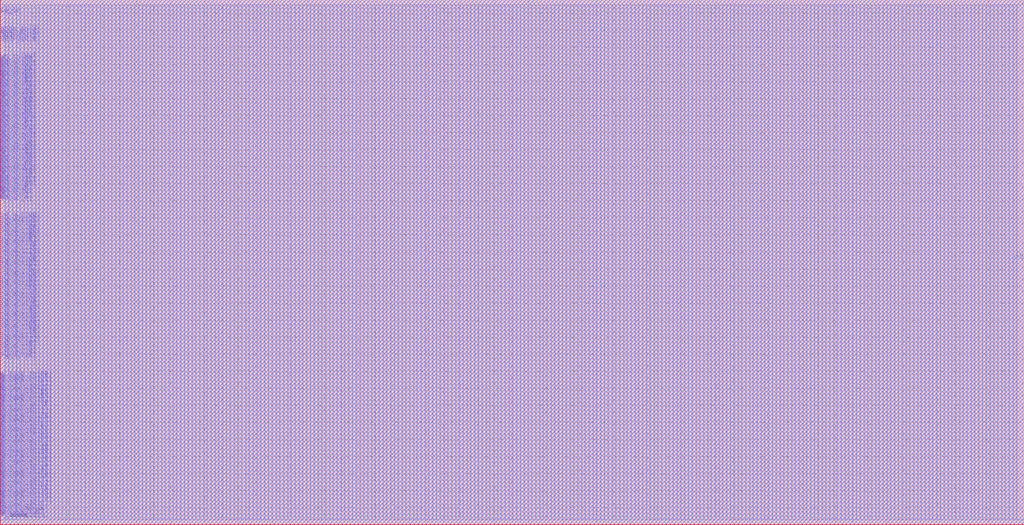
<source format=lef>
VERSION 5.7 ;
BUSBITCHARS "[]" ;
MACRO fakeram65_512x100
  FOREIGN fakeram65_512x100 0 0 ;
  SYMMETRY X Y R90 ;
  SIZE 300.300 BY 154.000 ;
  CLASS BLOCK ;
  PIN w_mask_in[0]
    DIRECTION INPUT ;
    USE SIGNAL ;
    SHAPE ABUTMENT ;
    PORT
      LAYER M3 ;
      RECT 0.000 1.365 0.070 1.435 ;
    END
  END w_mask_in[0]
  PIN w_mask_in[1]
    DIRECTION INPUT ;
    USE SIGNAL ;
    SHAPE ABUTMENT ;
    PORT
      LAYER M3 ;
      RECT 0.000 1.785 0.070 1.855 ;
    END
  END w_mask_in[1]
  PIN w_mask_in[2]
    DIRECTION INPUT ;
    USE SIGNAL ;
    SHAPE ABUTMENT ;
    PORT
      LAYER M3 ;
      RECT 0.000 2.205 0.070 2.275 ;
    END
  END w_mask_in[2]
  PIN w_mask_in[3]
    DIRECTION INPUT ;
    USE SIGNAL ;
    SHAPE ABUTMENT ;
    PORT
      LAYER M3 ;
      RECT 0.000 2.625 0.070 2.695 ;
    END
  END w_mask_in[3]
  PIN w_mask_in[4]
    DIRECTION INPUT ;
    USE SIGNAL ;
    SHAPE ABUTMENT ;
    PORT
      LAYER M3 ;
      RECT 0.000 3.045 0.070 3.115 ;
    END
  END w_mask_in[4]
  PIN w_mask_in[5]
    DIRECTION INPUT ;
    USE SIGNAL ;
    SHAPE ABUTMENT ;
    PORT
      LAYER M3 ;
      RECT 0.000 3.465 0.070 3.535 ;
    END
  END w_mask_in[5]
  PIN w_mask_in[6]
    DIRECTION INPUT ;
    USE SIGNAL ;
    SHAPE ABUTMENT ;
    PORT
      LAYER M3 ;
      RECT 0.000 3.885 0.070 3.955 ;
    END
  END w_mask_in[6]
  PIN w_mask_in[7]
    DIRECTION INPUT ;
    USE SIGNAL ;
    SHAPE ABUTMENT ;
    PORT
      LAYER M3 ;
      RECT 0.000 4.305 0.070 4.375 ;
    END
  END w_mask_in[7]
  PIN w_mask_in[8]
    DIRECTION INPUT ;
    USE SIGNAL ;
    SHAPE ABUTMENT ;
    PORT
      LAYER M3 ;
      RECT 0.000 4.725 0.070 4.795 ;
    END
  END w_mask_in[8]
  PIN w_mask_in[9]
    DIRECTION INPUT ;
    USE SIGNAL ;
    SHAPE ABUTMENT ;
    PORT
      LAYER M3 ;
      RECT 0.000 5.145 0.070 5.215 ;
    END
  END w_mask_in[9]
  PIN w_mask_in[10]
    DIRECTION INPUT ;
    USE SIGNAL ;
    SHAPE ABUTMENT ;
    PORT
      LAYER M3 ;
      RECT 0.000 5.565 0.070 5.635 ;
    END
  END w_mask_in[10]
  PIN w_mask_in[11]
    DIRECTION INPUT ;
    USE SIGNAL ;
    SHAPE ABUTMENT ;
    PORT
      LAYER M3 ;
      RECT 0.000 5.985 0.070 6.055 ;
    END
  END w_mask_in[11]
  PIN w_mask_in[12]
    DIRECTION INPUT ;
    USE SIGNAL ;
    SHAPE ABUTMENT ;
    PORT
      LAYER M3 ;
      RECT 0.000 6.405 0.070 6.475 ;
    END
  END w_mask_in[12]
  PIN w_mask_in[13]
    DIRECTION INPUT ;
    USE SIGNAL ;
    SHAPE ABUTMENT ;
    PORT
      LAYER M3 ;
      RECT 0.000 6.825 0.070 6.895 ;
    END
  END w_mask_in[13]
  PIN w_mask_in[14]
    DIRECTION INPUT ;
    USE SIGNAL ;
    SHAPE ABUTMENT ;
    PORT
      LAYER M3 ;
      RECT 0.000 7.245 0.070 7.315 ;
    END
  END w_mask_in[14]
  PIN w_mask_in[15]
    DIRECTION INPUT ;
    USE SIGNAL ;
    SHAPE ABUTMENT ;
    PORT
      LAYER M3 ;
      RECT 0.000 7.665 0.070 7.735 ;
    END
  END w_mask_in[15]
  PIN w_mask_in[16]
    DIRECTION INPUT ;
    USE SIGNAL ;
    SHAPE ABUTMENT ;
    PORT
      LAYER M3 ;
      RECT 0.000 8.085 0.070 8.155 ;
    END
  END w_mask_in[16]
  PIN w_mask_in[17]
    DIRECTION INPUT ;
    USE SIGNAL ;
    SHAPE ABUTMENT ;
    PORT
      LAYER M3 ;
      RECT 0.000 8.505 0.070 8.575 ;
    END
  END w_mask_in[17]
  PIN w_mask_in[18]
    DIRECTION INPUT ;
    USE SIGNAL ;
    SHAPE ABUTMENT ;
    PORT
      LAYER M3 ;
      RECT 0.000 8.925 0.070 8.995 ;
    END
  END w_mask_in[18]
  PIN w_mask_in[19]
    DIRECTION INPUT ;
    USE SIGNAL ;
    SHAPE ABUTMENT ;
    PORT
      LAYER M3 ;
      RECT 0.000 9.345 0.070 9.415 ;
    END
  END w_mask_in[19]
  PIN w_mask_in[20]
    DIRECTION INPUT ;
    USE SIGNAL ;
    SHAPE ABUTMENT ;
    PORT
      LAYER M3 ;
      RECT 0.000 9.765 0.070 9.835 ;
    END
  END w_mask_in[20]
  PIN w_mask_in[21]
    DIRECTION INPUT ;
    USE SIGNAL ;
    SHAPE ABUTMENT ;
    PORT
      LAYER M3 ;
      RECT 0.000 10.185 0.070 10.255 ;
    END
  END w_mask_in[21]
  PIN w_mask_in[22]
    DIRECTION INPUT ;
    USE SIGNAL ;
    SHAPE ABUTMENT ;
    PORT
      LAYER M3 ;
      RECT 0.000 10.605 0.070 10.675 ;
    END
  END w_mask_in[22]
  PIN w_mask_in[23]
    DIRECTION INPUT ;
    USE SIGNAL ;
    SHAPE ABUTMENT ;
    PORT
      LAYER M3 ;
      RECT 0.000 11.025 0.070 11.095 ;
    END
  END w_mask_in[23]
  PIN w_mask_in[24]
    DIRECTION INPUT ;
    USE SIGNAL ;
    SHAPE ABUTMENT ;
    PORT
      LAYER M3 ;
      RECT 0.000 11.445 0.070 11.515 ;
    END
  END w_mask_in[24]
  PIN w_mask_in[25]
    DIRECTION INPUT ;
    USE SIGNAL ;
    SHAPE ABUTMENT ;
    PORT
      LAYER M3 ;
      RECT 0.000 11.865 0.070 11.935 ;
    END
  END w_mask_in[25]
  PIN w_mask_in[26]
    DIRECTION INPUT ;
    USE SIGNAL ;
    SHAPE ABUTMENT ;
    PORT
      LAYER M3 ;
      RECT 0.000 12.285 0.070 12.355 ;
    END
  END w_mask_in[26]
  PIN w_mask_in[27]
    DIRECTION INPUT ;
    USE SIGNAL ;
    SHAPE ABUTMENT ;
    PORT
      LAYER M3 ;
      RECT 0.000 12.705 0.070 12.775 ;
    END
  END w_mask_in[27]
  PIN w_mask_in[28]
    DIRECTION INPUT ;
    USE SIGNAL ;
    SHAPE ABUTMENT ;
    PORT
      LAYER M3 ;
      RECT 0.000 13.125 0.070 13.195 ;
    END
  END w_mask_in[28]
  PIN w_mask_in[29]
    DIRECTION INPUT ;
    USE SIGNAL ;
    SHAPE ABUTMENT ;
    PORT
      LAYER M3 ;
      RECT 0.000 13.545 0.070 13.615 ;
    END
  END w_mask_in[29]
  PIN w_mask_in[30]
    DIRECTION INPUT ;
    USE SIGNAL ;
    SHAPE ABUTMENT ;
    PORT
      LAYER M3 ;
      RECT 0.000 13.965 0.070 14.035 ;
    END
  END w_mask_in[30]
  PIN w_mask_in[31]
    DIRECTION INPUT ;
    USE SIGNAL ;
    SHAPE ABUTMENT ;
    PORT
      LAYER M3 ;
      RECT 0.000 14.385 0.070 14.455 ;
    END
  END w_mask_in[31]
  PIN w_mask_in[32]
    DIRECTION INPUT ;
    USE SIGNAL ;
    SHAPE ABUTMENT ;
    PORT
      LAYER M3 ;
      RECT 0.000 14.805 0.070 14.875 ;
    END
  END w_mask_in[32]
  PIN w_mask_in[33]
    DIRECTION INPUT ;
    USE SIGNAL ;
    SHAPE ABUTMENT ;
    PORT
      LAYER M3 ;
      RECT 0.000 15.225 0.070 15.295 ;
    END
  END w_mask_in[33]
  PIN w_mask_in[34]
    DIRECTION INPUT ;
    USE SIGNAL ;
    SHAPE ABUTMENT ;
    PORT
      LAYER M3 ;
      RECT 0.000 15.645 0.070 15.715 ;
    END
  END w_mask_in[34]
  PIN w_mask_in[35]
    DIRECTION INPUT ;
    USE SIGNAL ;
    SHAPE ABUTMENT ;
    PORT
      LAYER M3 ;
      RECT 0.000 16.065 0.070 16.135 ;
    END
  END w_mask_in[35]
  PIN w_mask_in[36]
    DIRECTION INPUT ;
    USE SIGNAL ;
    SHAPE ABUTMENT ;
    PORT
      LAYER M3 ;
      RECT 0.000 16.485 0.070 16.555 ;
    END
  END w_mask_in[36]
  PIN w_mask_in[37]
    DIRECTION INPUT ;
    USE SIGNAL ;
    SHAPE ABUTMENT ;
    PORT
      LAYER M3 ;
      RECT 0.000 16.905 0.070 16.975 ;
    END
  END w_mask_in[37]
  PIN w_mask_in[38]
    DIRECTION INPUT ;
    USE SIGNAL ;
    SHAPE ABUTMENT ;
    PORT
      LAYER M3 ;
      RECT 0.000 17.325 0.070 17.395 ;
    END
  END w_mask_in[38]
  PIN w_mask_in[39]
    DIRECTION INPUT ;
    USE SIGNAL ;
    SHAPE ABUTMENT ;
    PORT
      LAYER M3 ;
      RECT 0.000 17.745 0.070 17.815 ;
    END
  END w_mask_in[39]
  PIN w_mask_in[40]
    DIRECTION INPUT ;
    USE SIGNAL ;
    SHAPE ABUTMENT ;
    PORT
      LAYER M3 ;
      RECT 0.000 18.165 0.070 18.235 ;
    END
  END w_mask_in[40]
  PIN w_mask_in[41]
    DIRECTION INPUT ;
    USE SIGNAL ;
    SHAPE ABUTMENT ;
    PORT
      LAYER M3 ;
      RECT 0.000 18.585 0.070 18.655 ;
    END
  END w_mask_in[41]
  PIN w_mask_in[42]
    DIRECTION INPUT ;
    USE SIGNAL ;
    SHAPE ABUTMENT ;
    PORT
      LAYER M3 ;
      RECT 0.000 19.005 0.070 19.075 ;
    END
  END w_mask_in[42]
  PIN w_mask_in[43]
    DIRECTION INPUT ;
    USE SIGNAL ;
    SHAPE ABUTMENT ;
    PORT
      LAYER M3 ;
      RECT 0.000 19.425 0.070 19.495 ;
    END
  END w_mask_in[43]
  PIN w_mask_in[44]
    DIRECTION INPUT ;
    USE SIGNAL ;
    SHAPE ABUTMENT ;
    PORT
      LAYER M3 ;
      RECT 0.000 19.845 0.070 19.915 ;
    END
  END w_mask_in[44]
  PIN w_mask_in[45]
    DIRECTION INPUT ;
    USE SIGNAL ;
    SHAPE ABUTMENT ;
    PORT
      LAYER M3 ;
      RECT 0.000 20.265 0.070 20.335 ;
    END
  END w_mask_in[45]
  PIN w_mask_in[46]
    DIRECTION INPUT ;
    USE SIGNAL ;
    SHAPE ABUTMENT ;
    PORT
      LAYER M3 ;
      RECT 0.000 20.685 0.070 20.755 ;
    END
  END w_mask_in[46]
  PIN w_mask_in[47]
    DIRECTION INPUT ;
    USE SIGNAL ;
    SHAPE ABUTMENT ;
    PORT
      LAYER M3 ;
      RECT 0.000 21.105 0.070 21.175 ;
    END
  END w_mask_in[47]
  PIN w_mask_in[48]
    DIRECTION INPUT ;
    USE SIGNAL ;
    SHAPE ABUTMENT ;
    PORT
      LAYER M3 ;
      RECT 0.000 21.525 0.070 21.595 ;
    END
  END w_mask_in[48]
  PIN w_mask_in[49]
    DIRECTION INPUT ;
    USE SIGNAL ;
    SHAPE ABUTMENT ;
    PORT
      LAYER M3 ;
      RECT 0.000 21.945 0.070 22.015 ;
    END
  END w_mask_in[49]
  PIN w_mask_in[50]
    DIRECTION INPUT ;
    USE SIGNAL ;
    SHAPE ABUTMENT ;
    PORT
      LAYER M3 ;
      RECT 0.000 22.365 0.070 22.435 ;
    END
  END w_mask_in[50]
  PIN w_mask_in[51]
    DIRECTION INPUT ;
    USE SIGNAL ;
    SHAPE ABUTMENT ;
    PORT
      LAYER M3 ;
      RECT 0.000 22.785 0.070 22.855 ;
    END
  END w_mask_in[51]
  PIN w_mask_in[52]
    DIRECTION INPUT ;
    USE SIGNAL ;
    SHAPE ABUTMENT ;
    PORT
      LAYER M3 ;
      RECT 0.000 23.205 0.070 23.275 ;
    END
  END w_mask_in[52]
  PIN w_mask_in[53]
    DIRECTION INPUT ;
    USE SIGNAL ;
    SHAPE ABUTMENT ;
    PORT
      LAYER M3 ;
      RECT 0.000 23.625 0.070 23.695 ;
    END
  END w_mask_in[53]
  PIN w_mask_in[54]
    DIRECTION INPUT ;
    USE SIGNAL ;
    SHAPE ABUTMENT ;
    PORT
      LAYER M3 ;
      RECT 0.000 24.045 0.070 24.115 ;
    END
  END w_mask_in[54]
  PIN w_mask_in[55]
    DIRECTION INPUT ;
    USE SIGNAL ;
    SHAPE ABUTMENT ;
    PORT
      LAYER M3 ;
      RECT 0.000 24.465 0.070 24.535 ;
    END
  END w_mask_in[55]
  PIN w_mask_in[56]
    DIRECTION INPUT ;
    USE SIGNAL ;
    SHAPE ABUTMENT ;
    PORT
      LAYER M3 ;
      RECT 0.000 24.885 0.070 24.955 ;
    END
  END w_mask_in[56]
  PIN w_mask_in[57]
    DIRECTION INPUT ;
    USE SIGNAL ;
    SHAPE ABUTMENT ;
    PORT
      LAYER M3 ;
      RECT 0.000 25.305 0.070 25.375 ;
    END
  END w_mask_in[57]
  PIN w_mask_in[58]
    DIRECTION INPUT ;
    USE SIGNAL ;
    SHAPE ABUTMENT ;
    PORT
      LAYER M3 ;
      RECT 0.000 25.725 0.070 25.795 ;
    END
  END w_mask_in[58]
  PIN w_mask_in[59]
    DIRECTION INPUT ;
    USE SIGNAL ;
    SHAPE ABUTMENT ;
    PORT
      LAYER M3 ;
      RECT 0.000 26.145 0.070 26.215 ;
    END
  END w_mask_in[59]
  PIN w_mask_in[60]
    DIRECTION INPUT ;
    USE SIGNAL ;
    SHAPE ABUTMENT ;
    PORT
      LAYER M3 ;
      RECT 0.000 26.565 0.070 26.635 ;
    END
  END w_mask_in[60]
  PIN w_mask_in[61]
    DIRECTION INPUT ;
    USE SIGNAL ;
    SHAPE ABUTMENT ;
    PORT
      LAYER M3 ;
      RECT 0.000 26.985 0.070 27.055 ;
    END
  END w_mask_in[61]
  PIN w_mask_in[62]
    DIRECTION INPUT ;
    USE SIGNAL ;
    SHAPE ABUTMENT ;
    PORT
      LAYER M3 ;
      RECT 0.000 27.405 0.070 27.475 ;
    END
  END w_mask_in[62]
  PIN w_mask_in[63]
    DIRECTION INPUT ;
    USE SIGNAL ;
    SHAPE ABUTMENT ;
    PORT
      LAYER M3 ;
      RECT 0.000 27.825 0.070 27.895 ;
    END
  END w_mask_in[63]
  PIN w_mask_in[64]
    DIRECTION INPUT ;
    USE SIGNAL ;
    SHAPE ABUTMENT ;
    PORT
      LAYER M3 ;
      RECT 0.000 28.245 0.070 28.315 ;
    END
  END w_mask_in[64]
  PIN w_mask_in[65]
    DIRECTION INPUT ;
    USE SIGNAL ;
    SHAPE ABUTMENT ;
    PORT
      LAYER M3 ;
      RECT 0.000 28.665 0.070 28.735 ;
    END
  END w_mask_in[65]
  PIN w_mask_in[66]
    DIRECTION INPUT ;
    USE SIGNAL ;
    SHAPE ABUTMENT ;
    PORT
      LAYER M3 ;
      RECT 0.000 29.085 0.070 29.155 ;
    END
  END w_mask_in[66]
  PIN w_mask_in[67]
    DIRECTION INPUT ;
    USE SIGNAL ;
    SHAPE ABUTMENT ;
    PORT
      LAYER M3 ;
      RECT 0.000 29.505 0.070 29.575 ;
    END
  END w_mask_in[67]
  PIN w_mask_in[68]
    DIRECTION INPUT ;
    USE SIGNAL ;
    SHAPE ABUTMENT ;
    PORT
      LAYER M3 ;
      RECT 0.000 29.925 0.070 29.995 ;
    END
  END w_mask_in[68]
  PIN w_mask_in[69]
    DIRECTION INPUT ;
    USE SIGNAL ;
    SHAPE ABUTMENT ;
    PORT
      LAYER M3 ;
      RECT 0.000 30.345 0.070 30.415 ;
    END
  END w_mask_in[69]
  PIN w_mask_in[70]
    DIRECTION INPUT ;
    USE SIGNAL ;
    SHAPE ABUTMENT ;
    PORT
      LAYER M3 ;
      RECT 0.000 30.765 0.070 30.835 ;
    END
  END w_mask_in[70]
  PIN w_mask_in[71]
    DIRECTION INPUT ;
    USE SIGNAL ;
    SHAPE ABUTMENT ;
    PORT
      LAYER M3 ;
      RECT 0.000 31.185 0.070 31.255 ;
    END
  END w_mask_in[71]
  PIN w_mask_in[72]
    DIRECTION INPUT ;
    USE SIGNAL ;
    SHAPE ABUTMENT ;
    PORT
      LAYER M3 ;
      RECT 0.000 31.605 0.070 31.675 ;
    END
  END w_mask_in[72]
  PIN w_mask_in[73]
    DIRECTION INPUT ;
    USE SIGNAL ;
    SHAPE ABUTMENT ;
    PORT
      LAYER M3 ;
      RECT 0.000 32.025 0.070 32.095 ;
    END
  END w_mask_in[73]
  PIN w_mask_in[74]
    DIRECTION INPUT ;
    USE SIGNAL ;
    SHAPE ABUTMENT ;
    PORT
      LAYER M3 ;
      RECT 0.000 32.445 0.070 32.515 ;
    END
  END w_mask_in[74]
  PIN w_mask_in[75]
    DIRECTION INPUT ;
    USE SIGNAL ;
    SHAPE ABUTMENT ;
    PORT
      LAYER M3 ;
      RECT 0.000 32.865 0.070 32.935 ;
    END
  END w_mask_in[75]
  PIN w_mask_in[76]
    DIRECTION INPUT ;
    USE SIGNAL ;
    SHAPE ABUTMENT ;
    PORT
      LAYER M3 ;
      RECT 0.000 33.285 0.070 33.355 ;
    END
  END w_mask_in[76]
  PIN w_mask_in[77]
    DIRECTION INPUT ;
    USE SIGNAL ;
    SHAPE ABUTMENT ;
    PORT
      LAYER M3 ;
      RECT 0.000 33.705 0.070 33.775 ;
    END
  END w_mask_in[77]
  PIN w_mask_in[78]
    DIRECTION INPUT ;
    USE SIGNAL ;
    SHAPE ABUTMENT ;
    PORT
      LAYER M3 ;
      RECT 0.000 34.125 0.070 34.195 ;
    END
  END w_mask_in[78]
  PIN w_mask_in[79]
    DIRECTION INPUT ;
    USE SIGNAL ;
    SHAPE ABUTMENT ;
    PORT
      LAYER M3 ;
      RECT 0.000 34.545 0.070 34.615 ;
    END
  END w_mask_in[79]
  PIN w_mask_in[80]
    DIRECTION INPUT ;
    USE SIGNAL ;
    SHAPE ABUTMENT ;
    PORT
      LAYER M3 ;
      RECT 0.000 34.965 0.070 35.035 ;
    END
  END w_mask_in[80]
  PIN w_mask_in[81]
    DIRECTION INPUT ;
    USE SIGNAL ;
    SHAPE ABUTMENT ;
    PORT
      LAYER M3 ;
      RECT 0.000 35.385 0.070 35.455 ;
    END
  END w_mask_in[81]
  PIN w_mask_in[82]
    DIRECTION INPUT ;
    USE SIGNAL ;
    SHAPE ABUTMENT ;
    PORT
      LAYER M3 ;
      RECT 0.000 35.805 0.070 35.875 ;
    END
  END w_mask_in[82]
  PIN w_mask_in[83]
    DIRECTION INPUT ;
    USE SIGNAL ;
    SHAPE ABUTMENT ;
    PORT
      LAYER M3 ;
      RECT 0.000 36.225 0.070 36.295 ;
    END
  END w_mask_in[83]
  PIN w_mask_in[84]
    DIRECTION INPUT ;
    USE SIGNAL ;
    SHAPE ABUTMENT ;
    PORT
      LAYER M3 ;
      RECT 0.000 36.645 0.070 36.715 ;
    END
  END w_mask_in[84]
  PIN w_mask_in[85]
    DIRECTION INPUT ;
    USE SIGNAL ;
    SHAPE ABUTMENT ;
    PORT
      LAYER M3 ;
      RECT 0.000 37.065 0.070 37.135 ;
    END
  END w_mask_in[85]
  PIN w_mask_in[86]
    DIRECTION INPUT ;
    USE SIGNAL ;
    SHAPE ABUTMENT ;
    PORT
      LAYER M3 ;
      RECT 0.000 37.485 0.070 37.555 ;
    END
  END w_mask_in[86]
  PIN w_mask_in[87]
    DIRECTION INPUT ;
    USE SIGNAL ;
    SHAPE ABUTMENT ;
    PORT
      LAYER M3 ;
      RECT 0.000 37.905 0.070 37.975 ;
    END
  END w_mask_in[87]
  PIN w_mask_in[88]
    DIRECTION INPUT ;
    USE SIGNAL ;
    SHAPE ABUTMENT ;
    PORT
      LAYER M3 ;
      RECT 0.000 38.325 0.070 38.395 ;
    END
  END w_mask_in[88]
  PIN w_mask_in[89]
    DIRECTION INPUT ;
    USE SIGNAL ;
    SHAPE ABUTMENT ;
    PORT
      LAYER M3 ;
      RECT 0.000 38.745 0.070 38.815 ;
    END
  END w_mask_in[89]
  PIN w_mask_in[90]
    DIRECTION INPUT ;
    USE SIGNAL ;
    SHAPE ABUTMENT ;
    PORT
      LAYER M3 ;
      RECT 0.000 39.165 0.070 39.235 ;
    END
  END w_mask_in[90]
  PIN w_mask_in[91]
    DIRECTION INPUT ;
    USE SIGNAL ;
    SHAPE ABUTMENT ;
    PORT
      LAYER M3 ;
      RECT 0.000 39.585 0.070 39.655 ;
    END
  END w_mask_in[91]
  PIN w_mask_in[92]
    DIRECTION INPUT ;
    USE SIGNAL ;
    SHAPE ABUTMENT ;
    PORT
      LAYER M3 ;
      RECT 0.000 40.005 0.070 40.075 ;
    END
  END w_mask_in[92]
  PIN w_mask_in[93]
    DIRECTION INPUT ;
    USE SIGNAL ;
    SHAPE ABUTMENT ;
    PORT
      LAYER M3 ;
      RECT 0.000 40.425 0.070 40.495 ;
    END
  END w_mask_in[93]
  PIN w_mask_in[94]
    DIRECTION INPUT ;
    USE SIGNAL ;
    SHAPE ABUTMENT ;
    PORT
      LAYER M3 ;
      RECT 0.000 40.845 0.070 40.915 ;
    END
  END w_mask_in[94]
  PIN w_mask_in[95]
    DIRECTION INPUT ;
    USE SIGNAL ;
    SHAPE ABUTMENT ;
    PORT
      LAYER M3 ;
      RECT 0.000 41.265 0.070 41.335 ;
    END
  END w_mask_in[95]
  PIN w_mask_in[96]
    DIRECTION INPUT ;
    USE SIGNAL ;
    SHAPE ABUTMENT ;
    PORT
      LAYER M3 ;
      RECT 0.000 41.685 0.070 41.755 ;
    END
  END w_mask_in[96]
  PIN w_mask_in[97]
    DIRECTION INPUT ;
    USE SIGNAL ;
    SHAPE ABUTMENT ;
    PORT
      LAYER M3 ;
      RECT 0.000 42.105 0.070 42.175 ;
    END
  END w_mask_in[97]
  PIN w_mask_in[98]
    DIRECTION INPUT ;
    USE SIGNAL ;
    SHAPE ABUTMENT ;
    PORT
      LAYER M3 ;
      RECT 0.000 42.525 0.070 42.595 ;
    END
  END w_mask_in[98]
  PIN w_mask_in[99]
    DIRECTION INPUT ;
    USE SIGNAL ;
    SHAPE ABUTMENT ;
    PORT
      LAYER M3 ;
      RECT 0.000 42.945 0.070 43.015 ;
    END
  END w_mask_in[99]
  PIN rd_out[0]
    DIRECTION OUTPUT ;
    USE SIGNAL ;
    SHAPE ABUTMENT ;
    PORT
      LAYER M3 ;
      RECT 0.000 47.845 0.070 47.915 ;
    END
  END rd_out[0]
  PIN rd_out[1]
    DIRECTION OUTPUT ;
    USE SIGNAL ;
    SHAPE ABUTMENT ;
    PORT
      LAYER M3 ;
      RECT 0.000 48.265 0.070 48.335 ;
    END
  END rd_out[1]
  PIN rd_out[2]
    DIRECTION OUTPUT ;
    USE SIGNAL ;
    SHAPE ABUTMENT ;
    PORT
      LAYER M3 ;
      RECT 0.000 48.685 0.070 48.755 ;
    END
  END rd_out[2]
  PIN rd_out[3]
    DIRECTION OUTPUT ;
    USE SIGNAL ;
    SHAPE ABUTMENT ;
    PORT
      LAYER M3 ;
      RECT 0.000 49.105 0.070 49.175 ;
    END
  END rd_out[3]
  PIN rd_out[4]
    DIRECTION OUTPUT ;
    USE SIGNAL ;
    SHAPE ABUTMENT ;
    PORT
      LAYER M3 ;
      RECT 0.000 49.525 0.070 49.595 ;
    END
  END rd_out[4]
  PIN rd_out[5]
    DIRECTION OUTPUT ;
    USE SIGNAL ;
    SHAPE ABUTMENT ;
    PORT
      LAYER M3 ;
      RECT 0.000 49.945 0.070 50.015 ;
    END
  END rd_out[5]
  PIN rd_out[6]
    DIRECTION OUTPUT ;
    USE SIGNAL ;
    SHAPE ABUTMENT ;
    PORT
      LAYER M3 ;
      RECT 0.000 50.365 0.070 50.435 ;
    END
  END rd_out[6]
  PIN rd_out[7]
    DIRECTION OUTPUT ;
    USE SIGNAL ;
    SHAPE ABUTMENT ;
    PORT
      LAYER M3 ;
      RECT 0.000 50.785 0.070 50.855 ;
    END
  END rd_out[7]
  PIN rd_out[8]
    DIRECTION OUTPUT ;
    USE SIGNAL ;
    SHAPE ABUTMENT ;
    PORT
      LAYER M3 ;
      RECT 0.000 51.205 0.070 51.275 ;
    END
  END rd_out[8]
  PIN rd_out[9]
    DIRECTION OUTPUT ;
    USE SIGNAL ;
    SHAPE ABUTMENT ;
    PORT
      LAYER M3 ;
      RECT 0.000 51.625 0.070 51.695 ;
    END
  END rd_out[9]
  PIN rd_out[10]
    DIRECTION OUTPUT ;
    USE SIGNAL ;
    SHAPE ABUTMENT ;
    PORT
      LAYER M3 ;
      RECT 0.000 52.045 0.070 52.115 ;
    END
  END rd_out[10]
  PIN rd_out[11]
    DIRECTION OUTPUT ;
    USE SIGNAL ;
    SHAPE ABUTMENT ;
    PORT
      LAYER M3 ;
      RECT 0.000 52.465 0.070 52.535 ;
    END
  END rd_out[11]
  PIN rd_out[12]
    DIRECTION OUTPUT ;
    USE SIGNAL ;
    SHAPE ABUTMENT ;
    PORT
      LAYER M3 ;
      RECT 0.000 52.885 0.070 52.955 ;
    END
  END rd_out[12]
  PIN rd_out[13]
    DIRECTION OUTPUT ;
    USE SIGNAL ;
    SHAPE ABUTMENT ;
    PORT
      LAYER M3 ;
      RECT 0.000 53.305 0.070 53.375 ;
    END
  END rd_out[13]
  PIN rd_out[14]
    DIRECTION OUTPUT ;
    USE SIGNAL ;
    SHAPE ABUTMENT ;
    PORT
      LAYER M3 ;
      RECT 0.000 53.725 0.070 53.795 ;
    END
  END rd_out[14]
  PIN rd_out[15]
    DIRECTION OUTPUT ;
    USE SIGNAL ;
    SHAPE ABUTMENT ;
    PORT
      LAYER M3 ;
      RECT 0.000 54.145 0.070 54.215 ;
    END
  END rd_out[15]
  PIN rd_out[16]
    DIRECTION OUTPUT ;
    USE SIGNAL ;
    SHAPE ABUTMENT ;
    PORT
      LAYER M3 ;
      RECT 0.000 54.565 0.070 54.635 ;
    END
  END rd_out[16]
  PIN rd_out[17]
    DIRECTION OUTPUT ;
    USE SIGNAL ;
    SHAPE ABUTMENT ;
    PORT
      LAYER M3 ;
      RECT 0.000 54.985 0.070 55.055 ;
    END
  END rd_out[17]
  PIN rd_out[18]
    DIRECTION OUTPUT ;
    USE SIGNAL ;
    SHAPE ABUTMENT ;
    PORT
      LAYER M3 ;
      RECT 0.000 55.405 0.070 55.475 ;
    END
  END rd_out[18]
  PIN rd_out[19]
    DIRECTION OUTPUT ;
    USE SIGNAL ;
    SHAPE ABUTMENT ;
    PORT
      LAYER M3 ;
      RECT 0.000 55.825 0.070 55.895 ;
    END
  END rd_out[19]
  PIN rd_out[20]
    DIRECTION OUTPUT ;
    USE SIGNAL ;
    SHAPE ABUTMENT ;
    PORT
      LAYER M3 ;
      RECT 0.000 56.245 0.070 56.315 ;
    END
  END rd_out[20]
  PIN rd_out[21]
    DIRECTION OUTPUT ;
    USE SIGNAL ;
    SHAPE ABUTMENT ;
    PORT
      LAYER M3 ;
      RECT 0.000 56.665 0.070 56.735 ;
    END
  END rd_out[21]
  PIN rd_out[22]
    DIRECTION OUTPUT ;
    USE SIGNAL ;
    SHAPE ABUTMENT ;
    PORT
      LAYER M3 ;
      RECT 0.000 57.085 0.070 57.155 ;
    END
  END rd_out[22]
  PIN rd_out[23]
    DIRECTION OUTPUT ;
    USE SIGNAL ;
    SHAPE ABUTMENT ;
    PORT
      LAYER M3 ;
      RECT 0.000 57.505 0.070 57.575 ;
    END
  END rd_out[23]
  PIN rd_out[24]
    DIRECTION OUTPUT ;
    USE SIGNAL ;
    SHAPE ABUTMENT ;
    PORT
      LAYER M3 ;
      RECT 0.000 57.925 0.070 57.995 ;
    END
  END rd_out[24]
  PIN rd_out[25]
    DIRECTION OUTPUT ;
    USE SIGNAL ;
    SHAPE ABUTMENT ;
    PORT
      LAYER M3 ;
      RECT 0.000 58.345 0.070 58.415 ;
    END
  END rd_out[25]
  PIN rd_out[26]
    DIRECTION OUTPUT ;
    USE SIGNAL ;
    SHAPE ABUTMENT ;
    PORT
      LAYER M3 ;
      RECT 0.000 58.765 0.070 58.835 ;
    END
  END rd_out[26]
  PIN rd_out[27]
    DIRECTION OUTPUT ;
    USE SIGNAL ;
    SHAPE ABUTMENT ;
    PORT
      LAYER M3 ;
      RECT 0.000 59.185 0.070 59.255 ;
    END
  END rd_out[27]
  PIN rd_out[28]
    DIRECTION OUTPUT ;
    USE SIGNAL ;
    SHAPE ABUTMENT ;
    PORT
      LAYER M3 ;
      RECT 0.000 59.605 0.070 59.675 ;
    END
  END rd_out[28]
  PIN rd_out[29]
    DIRECTION OUTPUT ;
    USE SIGNAL ;
    SHAPE ABUTMENT ;
    PORT
      LAYER M3 ;
      RECT 0.000 60.025 0.070 60.095 ;
    END
  END rd_out[29]
  PIN rd_out[30]
    DIRECTION OUTPUT ;
    USE SIGNAL ;
    SHAPE ABUTMENT ;
    PORT
      LAYER M3 ;
      RECT 0.000 60.445 0.070 60.515 ;
    END
  END rd_out[30]
  PIN rd_out[31]
    DIRECTION OUTPUT ;
    USE SIGNAL ;
    SHAPE ABUTMENT ;
    PORT
      LAYER M3 ;
      RECT 0.000 60.865 0.070 60.935 ;
    END
  END rd_out[31]
  PIN rd_out[32]
    DIRECTION OUTPUT ;
    USE SIGNAL ;
    SHAPE ABUTMENT ;
    PORT
      LAYER M3 ;
      RECT 0.000 61.285 0.070 61.355 ;
    END
  END rd_out[32]
  PIN rd_out[33]
    DIRECTION OUTPUT ;
    USE SIGNAL ;
    SHAPE ABUTMENT ;
    PORT
      LAYER M3 ;
      RECT 0.000 61.705 0.070 61.775 ;
    END
  END rd_out[33]
  PIN rd_out[34]
    DIRECTION OUTPUT ;
    USE SIGNAL ;
    SHAPE ABUTMENT ;
    PORT
      LAYER M3 ;
      RECT 0.000 62.125 0.070 62.195 ;
    END
  END rd_out[34]
  PIN rd_out[35]
    DIRECTION OUTPUT ;
    USE SIGNAL ;
    SHAPE ABUTMENT ;
    PORT
      LAYER M3 ;
      RECT 0.000 62.545 0.070 62.615 ;
    END
  END rd_out[35]
  PIN rd_out[36]
    DIRECTION OUTPUT ;
    USE SIGNAL ;
    SHAPE ABUTMENT ;
    PORT
      LAYER M3 ;
      RECT 0.000 62.965 0.070 63.035 ;
    END
  END rd_out[36]
  PIN rd_out[37]
    DIRECTION OUTPUT ;
    USE SIGNAL ;
    SHAPE ABUTMENT ;
    PORT
      LAYER M3 ;
      RECT 0.000 63.385 0.070 63.455 ;
    END
  END rd_out[37]
  PIN rd_out[38]
    DIRECTION OUTPUT ;
    USE SIGNAL ;
    SHAPE ABUTMENT ;
    PORT
      LAYER M3 ;
      RECT 0.000 63.805 0.070 63.875 ;
    END
  END rd_out[38]
  PIN rd_out[39]
    DIRECTION OUTPUT ;
    USE SIGNAL ;
    SHAPE ABUTMENT ;
    PORT
      LAYER M3 ;
      RECT 0.000 64.225 0.070 64.295 ;
    END
  END rd_out[39]
  PIN rd_out[40]
    DIRECTION OUTPUT ;
    USE SIGNAL ;
    SHAPE ABUTMENT ;
    PORT
      LAYER M3 ;
      RECT 0.000 64.645 0.070 64.715 ;
    END
  END rd_out[40]
  PIN rd_out[41]
    DIRECTION OUTPUT ;
    USE SIGNAL ;
    SHAPE ABUTMENT ;
    PORT
      LAYER M3 ;
      RECT 0.000 65.065 0.070 65.135 ;
    END
  END rd_out[41]
  PIN rd_out[42]
    DIRECTION OUTPUT ;
    USE SIGNAL ;
    SHAPE ABUTMENT ;
    PORT
      LAYER M3 ;
      RECT 0.000 65.485 0.070 65.555 ;
    END
  END rd_out[42]
  PIN rd_out[43]
    DIRECTION OUTPUT ;
    USE SIGNAL ;
    SHAPE ABUTMENT ;
    PORT
      LAYER M3 ;
      RECT 0.000 65.905 0.070 65.975 ;
    END
  END rd_out[43]
  PIN rd_out[44]
    DIRECTION OUTPUT ;
    USE SIGNAL ;
    SHAPE ABUTMENT ;
    PORT
      LAYER M3 ;
      RECT 0.000 66.325 0.070 66.395 ;
    END
  END rd_out[44]
  PIN rd_out[45]
    DIRECTION OUTPUT ;
    USE SIGNAL ;
    SHAPE ABUTMENT ;
    PORT
      LAYER M3 ;
      RECT 0.000 66.745 0.070 66.815 ;
    END
  END rd_out[45]
  PIN rd_out[46]
    DIRECTION OUTPUT ;
    USE SIGNAL ;
    SHAPE ABUTMENT ;
    PORT
      LAYER M3 ;
      RECT 0.000 67.165 0.070 67.235 ;
    END
  END rd_out[46]
  PIN rd_out[47]
    DIRECTION OUTPUT ;
    USE SIGNAL ;
    SHAPE ABUTMENT ;
    PORT
      LAYER M3 ;
      RECT 0.000 67.585 0.070 67.655 ;
    END
  END rd_out[47]
  PIN rd_out[48]
    DIRECTION OUTPUT ;
    USE SIGNAL ;
    SHAPE ABUTMENT ;
    PORT
      LAYER M3 ;
      RECT 0.000 68.005 0.070 68.075 ;
    END
  END rd_out[48]
  PIN rd_out[49]
    DIRECTION OUTPUT ;
    USE SIGNAL ;
    SHAPE ABUTMENT ;
    PORT
      LAYER M3 ;
      RECT 0.000 68.425 0.070 68.495 ;
    END
  END rd_out[49]
  PIN rd_out[50]
    DIRECTION OUTPUT ;
    USE SIGNAL ;
    SHAPE ABUTMENT ;
    PORT
      LAYER M3 ;
      RECT 0.000 68.845 0.070 68.915 ;
    END
  END rd_out[50]
  PIN rd_out[51]
    DIRECTION OUTPUT ;
    USE SIGNAL ;
    SHAPE ABUTMENT ;
    PORT
      LAYER M3 ;
      RECT 0.000 69.265 0.070 69.335 ;
    END
  END rd_out[51]
  PIN rd_out[52]
    DIRECTION OUTPUT ;
    USE SIGNAL ;
    SHAPE ABUTMENT ;
    PORT
      LAYER M3 ;
      RECT 0.000 69.685 0.070 69.755 ;
    END
  END rd_out[52]
  PIN rd_out[53]
    DIRECTION OUTPUT ;
    USE SIGNAL ;
    SHAPE ABUTMENT ;
    PORT
      LAYER M3 ;
      RECT 0.000 70.105 0.070 70.175 ;
    END
  END rd_out[53]
  PIN rd_out[54]
    DIRECTION OUTPUT ;
    USE SIGNAL ;
    SHAPE ABUTMENT ;
    PORT
      LAYER M3 ;
      RECT 0.000 70.525 0.070 70.595 ;
    END
  END rd_out[54]
  PIN rd_out[55]
    DIRECTION OUTPUT ;
    USE SIGNAL ;
    SHAPE ABUTMENT ;
    PORT
      LAYER M3 ;
      RECT 0.000 70.945 0.070 71.015 ;
    END
  END rd_out[55]
  PIN rd_out[56]
    DIRECTION OUTPUT ;
    USE SIGNAL ;
    SHAPE ABUTMENT ;
    PORT
      LAYER M3 ;
      RECT 0.000 71.365 0.070 71.435 ;
    END
  END rd_out[56]
  PIN rd_out[57]
    DIRECTION OUTPUT ;
    USE SIGNAL ;
    SHAPE ABUTMENT ;
    PORT
      LAYER M3 ;
      RECT 0.000 71.785 0.070 71.855 ;
    END
  END rd_out[57]
  PIN rd_out[58]
    DIRECTION OUTPUT ;
    USE SIGNAL ;
    SHAPE ABUTMENT ;
    PORT
      LAYER M3 ;
      RECT 0.000 72.205 0.070 72.275 ;
    END
  END rd_out[58]
  PIN rd_out[59]
    DIRECTION OUTPUT ;
    USE SIGNAL ;
    SHAPE ABUTMENT ;
    PORT
      LAYER M3 ;
      RECT 0.000 72.625 0.070 72.695 ;
    END
  END rd_out[59]
  PIN rd_out[60]
    DIRECTION OUTPUT ;
    USE SIGNAL ;
    SHAPE ABUTMENT ;
    PORT
      LAYER M3 ;
      RECT 0.000 73.045 0.070 73.115 ;
    END
  END rd_out[60]
  PIN rd_out[61]
    DIRECTION OUTPUT ;
    USE SIGNAL ;
    SHAPE ABUTMENT ;
    PORT
      LAYER M3 ;
      RECT 0.000 73.465 0.070 73.535 ;
    END
  END rd_out[61]
  PIN rd_out[62]
    DIRECTION OUTPUT ;
    USE SIGNAL ;
    SHAPE ABUTMENT ;
    PORT
      LAYER M3 ;
      RECT 0.000 73.885 0.070 73.955 ;
    END
  END rd_out[62]
  PIN rd_out[63]
    DIRECTION OUTPUT ;
    USE SIGNAL ;
    SHAPE ABUTMENT ;
    PORT
      LAYER M3 ;
      RECT 0.000 74.305 0.070 74.375 ;
    END
  END rd_out[63]
  PIN rd_out[64]
    DIRECTION OUTPUT ;
    USE SIGNAL ;
    SHAPE ABUTMENT ;
    PORT
      LAYER M3 ;
      RECT 0.000 74.725 0.070 74.795 ;
    END
  END rd_out[64]
  PIN rd_out[65]
    DIRECTION OUTPUT ;
    USE SIGNAL ;
    SHAPE ABUTMENT ;
    PORT
      LAYER M3 ;
      RECT 0.000 75.145 0.070 75.215 ;
    END
  END rd_out[65]
  PIN rd_out[66]
    DIRECTION OUTPUT ;
    USE SIGNAL ;
    SHAPE ABUTMENT ;
    PORT
      LAYER M3 ;
      RECT 0.000 75.565 0.070 75.635 ;
    END
  END rd_out[66]
  PIN rd_out[67]
    DIRECTION OUTPUT ;
    USE SIGNAL ;
    SHAPE ABUTMENT ;
    PORT
      LAYER M3 ;
      RECT 0.000 75.985 0.070 76.055 ;
    END
  END rd_out[67]
  PIN rd_out[68]
    DIRECTION OUTPUT ;
    USE SIGNAL ;
    SHAPE ABUTMENT ;
    PORT
      LAYER M3 ;
      RECT 0.000 76.405 0.070 76.475 ;
    END
  END rd_out[68]
  PIN rd_out[69]
    DIRECTION OUTPUT ;
    USE SIGNAL ;
    SHAPE ABUTMENT ;
    PORT
      LAYER M3 ;
      RECT 0.000 76.825 0.070 76.895 ;
    END
  END rd_out[69]
  PIN rd_out[70]
    DIRECTION OUTPUT ;
    USE SIGNAL ;
    SHAPE ABUTMENT ;
    PORT
      LAYER M3 ;
      RECT 0.000 77.245 0.070 77.315 ;
    END
  END rd_out[70]
  PIN rd_out[71]
    DIRECTION OUTPUT ;
    USE SIGNAL ;
    SHAPE ABUTMENT ;
    PORT
      LAYER M3 ;
      RECT 0.000 77.665 0.070 77.735 ;
    END
  END rd_out[71]
  PIN rd_out[72]
    DIRECTION OUTPUT ;
    USE SIGNAL ;
    SHAPE ABUTMENT ;
    PORT
      LAYER M3 ;
      RECT 0.000 78.085 0.070 78.155 ;
    END
  END rd_out[72]
  PIN rd_out[73]
    DIRECTION OUTPUT ;
    USE SIGNAL ;
    SHAPE ABUTMENT ;
    PORT
      LAYER M3 ;
      RECT 0.000 78.505 0.070 78.575 ;
    END
  END rd_out[73]
  PIN rd_out[74]
    DIRECTION OUTPUT ;
    USE SIGNAL ;
    SHAPE ABUTMENT ;
    PORT
      LAYER M3 ;
      RECT 0.000 78.925 0.070 78.995 ;
    END
  END rd_out[74]
  PIN rd_out[75]
    DIRECTION OUTPUT ;
    USE SIGNAL ;
    SHAPE ABUTMENT ;
    PORT
      LAYER M3 ;
      RECT 0.000 79.345 0.070 79.415 ;
    END
  END rd_out[75]
  PIN rd_out[76]
    DIRECTION OUTPUT ;
    USE SIGNAL ;
    SHAPE ABUTMENT ;
    PORT
      LAYER M3 ;
      RECT 0.000 79.765 0.070 79.835 ;
    END
  END rd_out[76]
  PIN rd_out[77]
    DIRECTION OUTPUT ;
    USE SIGNAL ;
    SHAPE ABUTMENT ;
    PORT
      LAYER M3 ;
      RECT 0.000 80.185 0.070 80.255 ;
    END
  END rd_out[77]
  PIN rd_out[78]
    DIRECTION OUTPUT ;
    USE SIGNAL ;
    SHAPE ABUTMENT ;
    PORT
      LAYER M3 ;
      RECT 0.000 80.605 0.070 80.675 ;
    END
  END rd_out[78]
  PIN rd_out[79]
    DIRECTION OUTPUT ;
    USE SIGNAL ;
    SHAPE ABUTMENT ;
    PORT
      LAYER M3 ;
      RECT 0.000 81.025 0.070 81.095 ;
    END
  END rd_out[79]
  PIN rd_out[80]
    DIRECTION OUTPUT ;
    USE SIGNAL ;
    SHAPE ABUTMENT ;
    PORT
      LAYER M3 ;
      RECT 0.000 81.445 0.070 81.515 ;
    END
  END rd_out[80]
  PIN rd_out[81]
    DIRECTION OUTPUT ;
    USE SIGNAL ;
    SHAPE ABUTMENT ;
    PORT
      LAYER M3 ;
      RECT 0.000 81.865 0.070 81.935 ;
    END
  END rd_out[81]
  PIN rd_out[82]
    DIRECTION OUTPUT ;
    USE SIGNAL ;
    SHAPE ABUTMENT ;
    PORT
      LAYER M3 ;
      RECT 0.000 82.285 0.070 82.355 ;
    END
  END rd_out[82]
  PIN rd_out[83]
    DIRECTION OUTPUT ;
    USE SIGNAL ;
    SHAPE ABUTMENT ;
    PORT
      LAYER M3 ;
      RECT 0.000 82.705 0.070 82.775 ;
    END
  END rd_out[83]
  PIN rd_out[84]
    DIRECTION OUTPUT ;
    USE SIGNAL ;
    SHAPE ABUTMENT ;
    PORT
      LAYER M3 ;
      RECT 0.000 83.125 0.070 83.195 ;
    END
  END rd_out[84]
  PIN rd_out[85]
    DIRECTION OUTPUT ;
    USE SIGNAL ;
    SHAPE ABUTMENT ;
    PORT
      LAYER M3 ;
      RECT 0.000 83.545 0.070 83.615 ;
    END
  END rd_out[85]
  PIN rd_out[86]
    DIRECTION OUTPUT ;
    USE SIGNAL ;
    SHAPE ABUTMENT ;
    PORT
      LAYER M3 ;
      RECT 0.000 83.965 0.070 84.035 ;
    END
  END rd_out[86]
  PIN rd_out[87]
    DIRECTION OUTPUT ;
    USE SIGNAL ;
    SHAPE ABUTMENT ;
    PORT
      LAYER M3 ;
      RECT 0.000 84.385 0.070 84.455 ;
    END
  END rd_out[87]
  PIN rd_out[88]
    DIRECTION OUTPUT ;
    USE SIGNAL ;
    SHAPE ABUTMENT ;
    PORT
      LAYER M3 ;
      RECT 0.000 84.805 0.070 84.875 ;
    END
  END rd_out[88]
  PIN rd_out[89]
    DIRECTION OUTPUT ;
    USE SIGNAL ;
    SHAPE ABUTMENT ;
    PORT
      LAYER M3 ;
      RECT 0.000 85.225 0.070 85.295 ;
    END
  END rd_out[89]
  PIN rd_out[90]
    DIRECTION OUTPUT ;
    USE SIGNAL ;
    SHAPE ABUTMENT ;
    PORT
      LAYER M3 ;
      RECT 0.000 85.645 0.070 85.715 ;
    END
  END rd_out[90]
  PIN rd_out[91]
    DIRECTION OUTPUT ;
    USE SIGNAL ;
    SHAPE ABUTMENT ;
    PORT
      LAYER M3 ;
      RECT 0.000 86.065 0.070 86.135 ;
    END
  END rd_out[91]
  PIN rd_out[92]
    DIRECTION OUTPUT ;
    USE SIGNAL ;
    SHAPE ABUTMENT ;
    PORT
      LAYER M3 ;
      RECT 0.000 86.485 0.070 86.555 ;
    END
  END rd_out[92]
  PIN rd_out[93]
    DIRECTION OUTPUT ;
    USE SIGNAL ;
    SHAPE ABUTMENT ;
    PORT
      LAYER M3 ;
      RECT 0.000 86.905 0.070 86.975 ;
    END
  END rd_out[93]
  PIN rd_out[94]
    DIRECTION OUTPUT ;
    USE SIGNAL ;
    SHAPE ABUTMENT ;
    PORT
      LAYER M3 ;
      RECT 0.000 87.325 0.070 87.395 ;
    END
  END rd_out[94]
  PIN rd_out[95]
    DIRECTION OUTPUT ;
    USE SIGNAL ;
    SHAPE ABUTMENT ;
    PORT
      LAYER M3 ;
      RECT 0.000 87.745 0.070 87.815 ;
    END
  END rd_out[95]
  PIN rd_out[96]
    DIRECTION OUTPUT ;
    USE SIGNAL ;
    SHAPE ABUTMENT ;
    PORT
      LAYER M3 ;
      RECT 0.000 88.165 0.070 88.235 ;
    END
  END rd_out[96]
  PIN rd_out[97]
    DIRECTION OUTPUT ;
    USE SIGNAL ;
    SHAPE ABUTMENT ;
    PORT
      LAYER M3 ;
      RECT 0.000 88.585 0.070 88.655 ;
    END
  END rd_out[97]
  PIN rd_out[98]
    DIRECTION OUTPUT ;
    USE SIGNAL ;
    SHAPE ABUTMENT ;
    PORT
      LAYER M3 ;
      RECT 0.000 89.005 0.070 89.075 ;
    END
  END rd_out[98]
  PIN rd_out[99]
    DIRECTION OUTPUT ;
    USE SIGNAL ;
    SHAPE ABUTMENT ;
    PORT
      LAYER M3 ;
      RECT 0.000 89.425 0.070 89.495 ;
    END
  END rd_out[99]
  PIN wd_in[0]
    DIRECTION INPUT ;
    USE SIGNAL ;
    SHAPE ABUTMENT ;
    PORT
      LAYER M3 ;
      RECT 0.000 94.325 0.070 94.395 ;
    END
  END wd_in[0]
  PIN wd_in[1]
    DIRECTION INPUT ;
    USE SIGNAL ;
    SHAPE ABUTMENT ;
    PORT
      LAYER M3 ;
      RECT 0.000 94.745 0.070 94.815 ;
    END
  END wd_in[1]
  PIN wd_in[2]
    DIRECTION INPUT ;
    USE SIGNAL ;
    SHAPE ABUTMENT ;
    PORT
      LAYER M3 ;
      RECT 0.000 95.165 0.070 95.235 ;
    END
  END wd_in[2]
  PIN wd_in[3]
    DIRECTION INPUT ;
    USE SIGNAL ;
    SHAPE ABUTMENT ;
    PORT
      LAYER M3 ;
      RECT 0.000 95.585 0.070 95.655 ;
    END
  END wd_in[3]
  PIN wd_in[4]
    DIRECTION INPUT ;
    USE SIGNAL ;
    SHAPE ABUTMENT ;
    PORT
      LAYER M3 ;
      RECT 0.000 96.005 0.070 96.075 ;
    END
  END wd_in[4]
  PIN wd_in[5]
    DIRECTION INPUT ;
    USE SIGNAL ;
    SHAPE ABUTMENT ;
    PORT
      LAYER M3 ;
      RECT 0.000 96.425 0.070 96.495 ;
    END
  END wd_in[5]
  PIN wd_in[6]
    DIRECTION INPUT ;
    USE SIGNAL ;
    SHAPE ABUTMENT ;
    PORT
      LAYER M3 ;
      RECT 0.000 96.845 0.070 96.915 ;
    END
  END wd_in[6]
  PIN wd_in[7]
    DIRECTION INPUT ;
    USE SIGNAL ;
    SHAPE ABUTMENT ;
    PORT
      LAYER M3 ;
      RECT 0.000 97.265 0.070 97.335 ;
    END
  END wd_in[7]
  PIN wd_in[8]
    DIRECTION INPUT ;
    USE SIGNAL ;
    SHAPE ABUTMENT ;
    PORT
      LAYER M3 ;
      RECT 0.000 97.685 0.070 97.755 ;
    END
  END wd_in[8]
  PIN wd_in[9]
    DIRECTION INPUT ;
    USE SIGNAL ;
    SHAPE ABUTMENT ;
    PORT
      LAYER M3 ;
      RECT 0.000 98.105 0.070 98.175 ;
    END
  END wd_in[9]
  PIN wd_in[10]
    DIRECTION INPUT ;
    USE SIGNAL ;
    SHAPE ABUTMENT ;
    PORT
      LAYER M3 ;
      RECT 0.000 98.525 0.070 98.595 ;
    END
  END wd_in[10]
  PIN wd_in[11]
    DIRECTION INPUT ;
    USE SIGNAL ;
    SHAPE ABUTMENT ;
    PORT
      LAYER M3 ;
      RECT 0.000 98.945 0.070 99.015 ;
    END
  END wd_in[11]
  PIN wd_in[12]
    DIRECTION INPUT ;
    USE SIGNAL ;
    SHAPE ABUTMENT ;
    PORT
      LAYER M3 ;
      RECT 0.000 99.365 0.070 99.435 ;
    END
  END wd_in[12]
  PIN wd_in[13]
    DIRECTION INPUT ;
    USE SIGNAL ;
    SHAPE ABUTMENT ;
    PORT
      LAYER M3 ;
      RECT 0.000 99.785 0.070 99.855 ;
    END
  END wd_in[13]
  PIN wd_in[14]
    DIRECTION INPUT ;
    USE SIGNAL ;
    SHAPE ABUTMENT ;
    PORT
      LAYER M3 ;
      RECT 0.000 100.205 0.070 100.275 ;
    END
  END wd_in[14]
  PIN wd_in[15]
    DIRECTION INPUT ;
    USE SIGNAL ;
    SHAPE ABUTMENT ;
    PORT
      LAYER M3 ;
      RECT 0.000 100.625 0.070 100.695 ;
    END
  END wd_in[15]
  PIN wd_in[16]
    DIRECTION INPUT ;
    USE SIGNAL ;
    SHAPE ABUTMENT ;
    PORT
      LAYER M3 ;
      RECT 0.000 101.045 0.070 101.115 ;
    END
  END wd_in[16]
  PIN wd_in[17]
    DIRECTION INPUT ;
    USE SIGNAL ;
    SHAPE ABUTMENT ;
    PORT
      LAYER M3 ;
      RECT 0.000 101.465 0.070 101.535 ;
    END
  END wd_in[17]
  PIN wd_in[18]
    DIRECTION INPUT ;
    USE SIGNAL ;
    SHAPE ABUTMENT ;
    PORT
      LAYER M3 ;
      RECT 0.000 101.885 0.070 101.955 ;
    END
  END wd_in[18]
  PIN wd_in[19]
    DIRECTION INPUT ;
    USE SIGNAL ;
    SHAPE ABUTMENT ;
    PORT
      LAYER M3 ;
      RECT 0.000 102.305 0.070 102.375 ;
    END
  END wd_in[19]
  PIN wd_in[20]
    DIRECTION INPUT ;
    USE SIGNAL ;
    SHAPE ABUTMENT ;
    PORT
      LAYER M3 ;
      RECT 0.000 102.725 0.070 102.795 ;
    END
  END wd_in[20]
  PIN wd_in[21]
    DIRECTION INPUT ;
    USE SIGNAL ;
    SHAPE ABUTMENT ;
    PORT
      LAYER M3 ;
      RECT 0.000 103.145 0.070 103.215 ;
    END
  END wd_in[21]
  PIN wd_in[22]
    DIRECTION INPUT ;
    USE SIGNAL ;
    SHAPE ABUTMENT ;
    PORT
      LAYER M3 ;
      RECT 0.000 103.565 0.070 103.635 ;
    END
  END wd_in[22]
  PIN wd_in[23]
    DIRECTION INPUT ;
    USE SIGNAL ;
    SHAPE ABUTMENT ;
    PORT
      LAYER M3 ;
      RECT 0.000 103.985 0.070 104.055 ;
    END
  END wd_in[23]
  PIN wd_in[24]
    DIRECTION INPUT ;
    USE SIGNAL ;
    SHAPE ABUTMENT ;
    PORT
      LAYER M3 ;
      RECT 0.000 104.405 0.070 104.475 ;
    END
  END wd_in[24]
  PIN wd_in[25]
    DIRECTION INPUT ;
    USE SIGNAL ;
    SHAPE ABUTMENT ;
    PORT
      LAYER M3 ;
      RECT 0.000 104.825 0.070 104.895 ;
    END
  END wd_in[25]
  PIN wd_in[26]
    DIRECTION INPUT ;
    USE SIGNAL ;
    SHAPE ABUTMENT ;
    PORT
      LAYER M3 ;
      RECT 0.000 105.245 0.070 105.315 ;
    END
  END wd_in[26]
  PIN wd_in[27]
    DIRECTION INPUT ;
    USE SIGNAL ;
    SHAPE ABUTMENT ;
    PORT
      LAYER M3 ;
      RECT 0.000 105.665 0.070 105.735 ;
    END
  END wd_in[27]
  PIN wd_in[28]
    DIRECTION INPUT ;
    USE SIGNAL ;
    SHAPE ABUTMENT ;
    PORT
      LAYER M3 ;
      RECT 0.000 106.085 0.070 106.155 ;
    END
  END wd_in[28]
  PIN wd_in[29]
    DIRECTION INPUT ;
    USE SIGNAL ;
    SHAPE ABUTMENT ;
    PORT
      LAYER M3 ;
      RECT 0.000 106.505 0.070 106.575 ;
    END
  END wd_in[29]
  PIN wd_in[30]
    DIRECTION INPUT ;
    USE SIGNAL ;
    SHAPE ABUTMENT ;
    PORT
      LAYER M3 ;
      RECT 0.000 106.925 0.070 106.995 ;
    END
  END wd_in[30]
  PIN wd_in[31]
    DIRECTION INPUT ;
    USE SIGNAL ;
    SHAPE ABUTMENT ;
    PORT
      LAYER M3 ;
      RECT 0.000 107.345 0.070 107.415 ;
    END
  END wd_in[31]
  PIN wd_in[32]
    DIRECTION INPUT ;
    USE SIGNAL ;
    SHAPE ABUTMENT ;
    PORT
      LAYER M3 ;
      RECT 0.000 107.765 0.070 107.835 ;
    END
  END wd_in[32]
  PIN wd_in[33]
    DIRECTION INPUT ;
    USE SIGNAL ;
    SHAPE ABUTMENT ;
    PORT
      LAYER M3 ;
      RECT 0.000 108.185 0.070 108.255 ;
    END
  END wd_in[33]
  PIN wd_in[34]
    DIRECTION INPUT ;
    USE SIGNAL ;
    SHAPE ABUTMENT ;
    PORT
      LAYER M3 ;
      RECT 0.000 108.605 0.070 108.675 ;
    END
  END wd_in[34]
  PIN wd_in[35]
    DIRECTION INPUT ;
    USE SIGNAL ;
    SHAPE ABUTMENT ;
    PORT
      LAYER M3 ;
      RECT 0.000 109.025 0.070 109.095 ;
    END
  END wd_in[35]
  PIN wd_in[36]
    DIRECTION INPUT ;
    USE SIGNAL ;
    SHAPE ABUTMENT ;
    PORT
      LAYER M3 ;
      RECT 0.000 109.445 0.070 109.515 ;
    END
  END wd_in[36]
  PIN wd_in[37]
    DIRECTION INPUT ;
    USE SIGNAL ;
    SHAPE ABUTMENT ;
    PORT
      LAYER M3 ;
      RECT 0.000 109.865 0.070 109.935 ;
    END
  END wd_in[37]
  PIN wd_in[38]
    DIRECTION INPUT ;
    USE SIGNAL ;
    SHAPE ABUTMENT ;
    PORT
      LAYER M3 ;
      RECT 0.000 110.285 0.070 110.355 ;
    END
  END wd_in[38]
  PIN wd_in[39]
    DIRECTION INPUT ;
    USE SIGNAL ;
    SHAPE ABUTMENT ;
    PORT
      LAYER M3 ;
      RECT 0.000 110.705 0.070 110.775 ;
    END
  END wd_in[39]
  PIN wd_in[40]
    DIRECTION INPUT ;
    USE SIGNAL ;
    SHAPE ABUTMENT ;
    PORT
      LAYER M3 ;
      RECT 0.000 111.125 0.070 111.195 ;
    END
  END wd_in[40]
  PIN wd_in[41]
    DIRECTION INPUT ;
    USE SIGNAL ;
    SHAPE ABUTMENT ;
    PORT
      LAYER M3 ;
      RECT 0.000 111.545 0.070 111.615 ;
    END
  END wd_in[41]
  PIN wd_in[42]
    DIRECTION INPUT ;
    USE SIGNAL ;
    SHAPE ABUTMENT ;
    PORT
      LAYER M3 ;
      RECT 0.000 111.965 0.070 112.035 ;
    END
  END wd_in[42]
  PIN wd_in[43]
    DIRECTION INPUT ;
    USE SIGNAL ;
    SHAPE ABUTMENT ;
    PORT
      LAYER M3 ;
      RECT 0.000 112.385 0.070 112.455 ;
    END
  END wd_in[43]
  PIN wd_in[44]
    DIRECTION INPUT ;
    USE SIGNAL ;
    SHAPE ABUTMENT ;
    PORT
      LAYER M3 ;
      RECT 0.000 112.805 0.070 112.875 ;
    END
  END wd_in[44]
  PIN wd_in[45]
    DIRECTION INPUT ;
    USE SIGNAL ;
    SHAPE ABUTMENT ;
    PORT
      LAYER M3 ;
      RECT 0.000 113.225 0.070 113.295 ;
    END
  END wd_in[45]
  PIN wd_in[46]
    DIRECTION INPUT ;
    USE SIGNAL ;
    SHAPE ABUTMENT ;
    PORT
      LAYER M3 ;
      RECT 0.000 113.645 0.070 113.715 ;
    END
  END wd_in[46]
  PIN wd_in[47]
    DIRECTION INPUT ;
    USE SIGNAL ;
    SHAPE ABUTMENT ;
    PORT
      LAYER M3 ;
      RECT 0.000 114.065 0.070 114.135 ;
    END
  END wd_in[47]
  PIN wd_in[48]
    DIRECTION INPUT ;
    USE SIGNAL ;
    SHAPE ABUTMENT ;
    PORT
      LAYER M3 ;
      RECT 0.000 114.485 0.070 114.555 ;
    END
  END wd_in[48]
  PIN wd_in[49]
    DIRECTION INPUT ;
    USE SIGNAL ;
    SHAPE ABUTMENT ;
    PORT
      LAYER M3 ;
      RECT 0.000 114.905 0.070 114.975 ;
    END
  END wd_in[49]
  PIN wd_in[50]
    DIRECTION INPUT ;
    USE SIGNAL ;
    SHAPE ABUTMENT ;
    PORT
      LAYER M3 ;
      RECT 0.000 115.325 0.070 115.395 ;
    END
  END wd_in[50]
  PIN wd_in[51]
    DIRECTION INPUT ;
    USE SIGNAL ;
    SHAPE ABUTMENT ;
    PORT
      LAYER M3 ;
      RECT 0.000 115.745 0.070 115.815 ;
    END
  END wd_in[51]
  PIN wd_in[52]
    DIRECTION INPUT ;
    USE SIGNAL ;
    SHAPE ABUTMENT ;
    PORT
      LAYER M3 ;
      RECT 0.000 116.165 0.070 116.235 ;
    END
  END wd_in[52]
  PIN wd_in[53]
    DIRECTION INPUT ;
    USE SIGNAL ;
    SHAPE ABUTMENT ;
    PORT
      LAYER M3 ;
      RECT 0.000 116.585 0.070 116.655 ;
    END
  END wd_in[53]
  PIN wd_in[54]
    DIRECTION INPUT ;
    USE SIGNAL ;
    SHAPE ABUTMENT ;
    PORT
      LAYER M3 ;
      RECT 0.000 117.005 0.070 117.075 ;
    END
  END wd_in[54]
  PIN wd_in[55]
    DIRECTION INPUT ;
    USE SIGNAL ;
    SHAPE ABUTMENT ;
    PORT
      LAYER M3 ;
      RECT 0.000 117.425 0.070 117.495 ;
    END
  END wd_in[55]
  PIN wd_in[56]
    DIRECTION INPUT ;
    USE SIGNAL ;
    SHAPE ABUTMENT ;
    PORT
      LAYER M3 ;
      RECT 0.000 117.845 0.070 117.915 ;
    END
  END wd_in[56]
  PIN wd_in[57]
    DIRECTION INPUT ;
    USE SIGNAL ;
    SHAPE ABUTMENT ;
    PORT
      LAYER M3 ;
      RECT 0.000 118.265 0.070 118.335 ;
    END
  END wd_in[57]
  PIN wd_in[58]
    DIRECTION INPUT ;
    USE SIGNAL ;
    SHAPE ABUTMENT ;
    PORT
      LAYER M3 ;
      RECT 0.000 118.685 0.070 118.755 ;
    END
  END wd_in[58]
  PIN wd_in[59]
    DIRECTION INPUT ;
    USE SIGNAL ;
    SHAPE ABUTMENT ;
    PORT
      LAYER M3 ;
      RECT 0.000 119.105 0.070 119.175 ;
    END
  END wd_in[59]
  PIN wd_in[60]
    DIRECTION INPUT ;
    USE SIGNAL ;
    SHAPE ABUTMENT ;
    PORT
      LAYER M3 ;
      RECT 0.000 119.525 0.070 119.595 ;
    END
  END wd_in[60]
  PIN wd_in[61]
    DIRECTION INPUT ;
    USE SIGNAL ;
    SHAPE ABUTMENT ;
    PORT
      LAYER M3 ;
      RECT 0.000 119.945 0.070 120.015 ;
    END
  END wd_in[61]
  PIN wd_in[62]
    DIRECTION INPUT ;
    USE SIGNAL ;
    SHAPE ABUTMENT ;
    PORT
      LAYER M3 ;
      RECT 0.000 120.365 0.070 120.435 ;
    END
  END wd_in[62]
  PIN wd_in[63]
    DIRECTION INPUT ;
    USE SIGNAL ;
    SHAPE ABUTMENT ;
    PORT
      LAYER M3 ;
      RECT 0.000 120.785 0.070 120.855 ;
    END
  END wd_in[63]
  PIN wd_in[64]
    DIRECTION INPUT ;
    USE SIGNAL ;
    SHAPE ABUTMENT ;
    PORT
      LAYER M3 ;
      RECT 0.000 121.205 0.070 121.275 ;
    END
  END wd_in[64]
  PIN wd_in[65]
    DIRECTION INPUT ;
    USE SIGNAL ;
    SHAPE ABUTMENT ;
    PORT
      LAYER M3 ;
      RECT 0.000 121.625 0.070 121.695 ;
    END
  END wd_in[65]
  PIN wd_in[66]
    DIRECTION INPUT ;
    USE SIGNAL ;
    SHAPE ABUTMENT ;
    PORT
      LAYER M3 ;
      RECT 0.000 122.045 0.070 122.115 ;
    END
  END wd_in[66]
  PIN wd_in[67]
    DIRECTION INPUT ;
    USE SIGNAL ;
    SHAPE ABUTMENT ;
    PORT
      LAYER M3 ;
      RECT 0.000 122.465 0.070 122.535 ;
    END
  END wd_in[67]
  PIN wd_in[68]
    DIRECTION INPUT ;
    USE SIGNAL ;
    SHAPE ABUTMENT ;
    PORT
      LAYER M3 ;
      RECT 0.000 122.885 0.070 122.955 ;
    END
  END wd_in[68]
  PIN wd_in[69]
    DIRECTION INPUT ;
    USE SIGNAL ;
    SHAPE ABUTMENT ;
    PORT
      LAYER M3 ;
      RECT 0.000 123.305 0.070 123.375 ;
    END
  END wd_in[69]
  PIN wd_in[70]
    DIRECTION INPUT ;
    USE SIGNAL ;
    SHAPE ABUTMENT ;
    PORT
      LAYER M3 ;
      RECT 0.000 123.725 0.070 123.795 ;
    END
  END wd_in[70]
  PIN wd_in[71]
    DIRECTION INPUT ;
    USE SIGNAL ;
    SHAPE ABUTMENT ;
    PORT
      LAYER M3 ;
      RECT 0.000 124.145 0.070 124.215 ;
    END
  END wd_in[71]
  PIN wd_in[72]
    DIRECTION INPUT ;
    USE SIGNAL ;
    SHAPE ABUTMENT ;
    PORT
      LAYER M3 ;
      RECT 0.000 124.565 0.070 124.635 ;
    END
  END wd_in[72]
  PIN wd_in[73]
    DIRECTION INPUT ;
    USE SIGNAL ;
    SHAPE ABUTMENT ;
    PORT
      LAYER M3 ;
      RECT 0.000 124.985 0.070 125.055 ;
    END
  END wd_in[73]
  PIN wd_in[74]
    DIRECTION INPUT ;
    USE SIGNAL ;
    SHAPE ABUTMENT ;
    PORT
      LAYER M3 ;
      RECT 0.000 125.405 0.070 125.475 ;
    END
  END wd_in[74]
  PIN wd_in[75]
    DIRECTION INPUT ;
    USE SIGNAL ;
    SHAPE ABUTMENT ;
    PORT
      LAYER M3 ;
      RECT 0.000 125.825 0.070 125.895 ;
    END
  END wd_in[75]
  PIN wd_in[76]
    DIRECTION INPUT ;
    USE SIGNAL ;
    SHAPE ABUTMENT ;
    PORT
      LAYER M3 ;
      RECT 0.000 126.245 0.070 126.315 ;
    END
  END wd_in[76]
  PIN wd_in[77]
    DIRECTION INPUT ;
    USE SIGNAL ;
    SHAPE ABUTMENT ;
    PORT
      LAYER M3 ;
      RECT 0.000 126.665 0.070 126.735 ;
    END
  END wd_in[77]
  PIN wd_in[78]
    DIRECTION INPUT ;
    USE SIGNAL ;
    SHAPE ABUTMENT ;
    PORT
      LAYER M3 ;
      RECT 0.000 127.085 0.070 127.155 ;
    END
  END wd_in[78]
  PIN wd_in[79]
    DIRECTION INPUT ;
    USE SIGNAL ;
    SHAPE ABUTMENT ;
    PORT
      LAYER M3 ;
      RECT 0.000 127.505 0.070 127.575 ;
    END
  END wd_in[79]
  PIN wd_in[80]
    DIRECTION INPUT ;
    USE SIGNAL ;
    SHAPE ABUTMENT ;
    PORT
      LAYER M3 ;
      RECT 0.000 127.925 0.070 127.995 ;
    END
  END wd_in[80]
  PIN wd_in[81]
    DIRECTION INPUT ;
    USE SIGNAL ;
    SHAPE ABUTMENT ;
    PORT
      LAYER M3 ;
      RECT 0.000 128.345 0.070 128.415 ;
    END
  END wd_in[81]
  PIN wd_in[82]
    DIRECTION INPUT ;
    USE SIGNAL ;
    SHAPE ABUTMENT ;
    PORT
      LAYER M3 ;
      RECT 0.000 128.765 0.070 128.835 ;
    END
  END wd_in[82]
  PIN wd_in[83]
    DIRECTION INPUT ;
    USE SIGNAL ;
    SHAPE ABUTMENT ;
    PORT
      LAYER M3 ;
      RECT 0.000 129.185 0.070 129.255 ;
    END
  END wd_in[83]
  PIN wd_in[84]
    DIRECTION INPUT ;
    USE SIGNAL ;
    SHAPE ABUTMENT ;
    PORT
      LAYER M3 ;
      RECT 0.000 129.605 0.070 129.675 ;
    END
  END wd_in[84]
  PIN wd_in[85]
    DIRECTION INPUT ;
    USE SIGNAL ;
    SHAPE ABUTMENT ;
    PORT
      LAYER M3 ;
      RECT 0.000 130.025 0.070 130.095 ;
    END
  END wd_in[85]
  PIN wd_in[86]
    DIRECTION INPUT ;
    USE SIGNAL ;
    SHAPE ABUTMENT ;
    PORT
      LAYER M3 ;
      RECT 0.000 130.445 0.070 130.515 ;
    END
  END wd_in[86]
  PIN wd_in[87]
    DIRECTION INPUT ;
    USE SIGNAL ;
    SHAPE ABUTMENT ;
    PORT
      LAYER M3 ;
      RECT 0.000 130.865 0.070 130.935 ;
    END
  END wd_in[87]
  PIN wd_in[88]
    DIRECTION INPUT ;
    USE SIGNAL ;
    SHAPE ABUTMENT ;
    PORT
      LAYER M3 ;
      RECT 0.000 131.285 0.070 131.355 ;
    END
  END wd_in[88]
  PIN wd_in[89]
    DIRECTION INPUT ;
    USE SIGNAL ;
    SHAPE ABUTMENT ;
    PORT
      LAYER M3 ;
      RECT 0.000 131.705 0.070 131.775 ;
    END
  END wd_in[89]
  PIN wd_in[90]
    DIRECTION INPUT ;
    USE SIGNAL ;
    SHAPE ABUTMENT ;
    PORT
      LAYER M3 ;
      RECT 0.000 132.125 0.070 132.195 ;
    END
  END wd_in[90]
  PIN wd_in[91]
    DIRECTION INPUT ;
    USE SIGNAL ;
    SHAPE ABUTMENT ;
    PORT
      LAYER M3 ;
      RECT 0.000 132.545 0.070 132.615 ;
    END
  END wd_in[91]
  PIN wd_in[92]
    DIRECTION INPUT ;
    USE SIGNAL ;
    SHAPE ABUTMENT ;
    PORT
      LAYER M3 ;
      RECT 0.000 132.965 0.070 133.035 ;
    END
  END wd_in[92]
  PIN wd_in[93]
    DIRECTION INPUT ;
    USE SIGNAL ;
    SHAPE ABUTMENT ;
    PORT
      LAYER M3 ;
      RECT 0.000 133.385 0.070 133.455 ;
    END
  END wd_in[93]
  PIN wd_in[94]
    DIRECTION INPUT ;
    USE SIGNAL ;
    SHAPE ABUTMENT ;
    PORT
      LAYER M3 ;
      RECT 0.000 133.805 0.070 133.875 ;
    END
  END wd_in[94]
  PIN wd_in[95]
    DIRECTION INPUT ;
    USE SIGNAL ;
    SHAPE ABUTMENT ;
    PORT
      LAYER M3 ;
      RECT 0.000 134.225 0.070 134.295 ;
    END
  END wd_in[95]
  PIN wd_in[96]
    DIRECTION INPUT ;
    USE SIGNAL ;
    SHAPE ABUTMENT ;
    PORT
      LAYER M3 ;
      RECT 0.000 134.645 0.070 134.715 ;
    END
  END wd_in[96]
  PIN wd_in[97]
    DIRECTION INPUT ;
    USE SIGNAL ;
    SHAPE ABUTMENT ;
    PORT
      LAYER M3 ;
      RECT 0.000 135.065 0.070 135.135 ;
    END
  END wd_in[97]
  PIN wd_in[98]
    DIRECTION INPUT ;
    USE SIGNAL ;
    SHAPE ABUTMENT ;
    PORT
      LAYER M3 ;
      RECT 0.000 135.485 0.070 135.555 ;
    END
  END wd_in[98]
  PIN wd_in[99]
    DIRECTION INPUT ;
    USE SIGNAL ;
    SHAPE ABUTMENT ;
    PORT
      LAYER M3 ;
      RECT 0.000 135.905 0.070 135.975 ;
    END
  END wd_in[99]
  PIN addr_in[0]
    DIRECTION INPUT ;
    USE SIGNAL ;
    SHAPE ABUTMENT ;
    PORT
      LAYER M3 ;
      RECT 0.000 140.805 0.070 140.875 ;
    END
  END addr_in[0]
  PIN addr_in[1]
    DIRECTION INPUT ;
    USE SIGNAL ;
    SHAPE ABUTMENT ;
    PORT
      LAYER M3 ;
      RECT 0.000 141.225 0.070 141.295 ;
    END
  END addr_in[1]
  PIN addr_in[2]
    DIRECTION INPUT ;
    USE SIGNAL ;
    SHAPE ABUTMENT ;
    PORT
      LAYER M3 ;
      RECT 0.000 141.645 0.070 141.715 ;
    END
  END addr_in[2]
  PIN addr_in[3]
    DIRECTION INPUT ;
    USE SIGNAL ;
    SHAPE ABUTMENT ;
    PORT
      LAYER M3 ;
      RECT 0.000 142.065 0.070 142.135 ;
    END
  END addr_in[3]
  PIN addr_in[4]
    DIRECTION INPUT ;
    USE SIGNAL ;
    SHAPE ABUTMENT ;
    PORT
      LAYER M3 ;
      RECT 0.000 142.485 0.070 142.555 ;
    END
  END addr_in[4]
  PIN addr_in[5]
    DIRECTION INPUT ;
    USE SIGNAL ;
    SHAPE ABUTMENT ;
    PORT
      LAYER M3 ;
      RECT 0.000 142.905 0.070 142.975 ;
    END
  END addr_in[5]
  PIN addr_in[6]
    DIRECTION INPUT ;
    USE SIGNAL ;
    SHAPE ABUTMENT ;
    PORT
      LAYER M3 ;
      RECT 0.000 143.325 0.070 143.395 ;
    END
  END addr_in[6]
  PIN addr_in[7]
    DIRECTION INPUT ;
    USE SIGNAL ;
    SHAPE ABUTMENT ;
    PORT
      LAYER M3 ;
      RECT 0.000 143.745 0.070 143.815 ;
    END
  END addr_in[7]
  PIN addr_in[8]
    DIRECTION INPUT ;
    USE SIGNAL ;
    SHAPE ABUTMENT ;
    PORT
      LAYER M3 ;
      RECT 0.000 144.165 0.070 144.235 ;
    END
  END addr_in[8]
  PIN we_in
    DIRECTION INPUT ;
    USE SIGNAL ;
    SHAPE ABUTMENT ;
    PORT
      LAYER M3 ;
      RECT 0.000 149.065 0.070 149.135 ;
    END
  END we_in
  PIN ce_in
    DIRECTION INPUT ;
    USE SIGNAL ;
    SHAPE ABUTMENT ;
    PORT
      LAYER M3 ;
      RECT 0.000 149.485 0.070 149.555 ;
    END
  END ce_in
  PIN clk
    DIRECTION INPUT ;
    USE SIGNAL ;
    SHAPE ABUTMENT ;
    PORT
      LAYER M3 ;
      RECT 0.000 149.905 0.070 149.975 ;
    END
  END clk
  PIN VSS
    DIRECTION INOUT ;
    USE GROUND ;
    PORT
      LAYER M4 ;
      RECT 1.260 1.400 1.540 152.600 ;
      RECT 3.500 1.400 3.780 152.600 ;
      RECT 5.740 1.400 6.020 152.600 ;
      RECT 7.980 1.400 8.260 152.600 ;
      RECT 10.220 1.400 10.500 152.600 ;
      RECT 12.460 1.400 12.740 152.600 ;
      RECT 14.700 1.400 14.980 152.600 ;
      RECT 16.940 1.400 17.220 152.600 ;
      RECT 19.180 1.400 19.460 152.600 ;
      RECT 21.420 1.400 21.700 152.600 ;
      RECT 23.660 1.400 23.940 152.600 ;
      RECT 25.900 1.400 26.180 152.600 ;
      RECT 28.140 1.400 28.420 152.600 ;
      RECT 30.380 1.400 30.660 152.600 ;
      RECT 32.620 1.400 32.900 152.600 ;
      RECT 34.860 1.400 35.140 152.600 ;
      RECT 37.100 1.400 37.380 152.600 ;
      RECT 39.340 1.400 39.620 152.600 ;
      RECT 41.580 1.400 41.860 152.600 ;
      RECT 43.820 1.400 44.100 152.600 ;
      RECT 46.060 1.400 46.340 152.600 ;
      RECT 48.300 1.400 48.580 152.600 ;
      RECT 50.540 1.400 50.820 152.600 ;
      RECT 52.780 1.400 53.060 152.600 ;
      RECT 55.020 1.400 55.300 152.600 ;
      RECT 57.260 1.400 57.540 152.600 ;
      RECT 59.500 1.400 59.780 152.600 ;
      RECT 61.740 1.400 62.020 152.600 ;
      RECT 63.980 1.400 64.260 152.600 ;
      RECT 66.220 1.400 66.500 152.600 ;
      RECT 68.460 1.400 68.740 152.600 ;
      RECT 70.700 1.400 70.980 152.600 ;
      RECT 72.940 1.400 73.220 152.600 ;
      RECT 75.180 1.400 75.460 152.600 ;
      RECT 77.420 1.400 77.700 152.600 ;
      RECT 79.660 1.400 79.940 152.600 ;
      RECT 81.900 1.400 82.180 152.600 ;
      RECT 84.140 1.400 84.420 152.600 ;
      RECT 86.380 1.400 86.660 152.600 ;
      RECT 88.620 1.400 88.900 152.600 ;
      RECT 90.860 1.400 91.140 152.600 ;
      RECT 93.100 1.400 93.380 152.600 ;
      RECT 95.340 1.400 95.620 152.600 ;
      RECT 97.580 1.400 97.860 152.600 ;
      RECT 99.820 1.400 100.100 152.600 ;
      RECT 102.060 1.400 102.340 152.600 ;
      RECT 104.300 1.400 104.580 152.600 ;
      RECT 106.540 1.400 106.820 152.600 ;
      RECT 108.780 1.400 109.060 152.600 ;
      RECT 111.020 1.400 111.300 152.600 ;
      RECT 113.260 1.400 113.540 152.600 ;
      RECT 115.500 1.400 115.780 152.600 ;
      RECT 117.740 1.400 118.020 152.600 ;
      RECT 119.980 1.400 120.260 152.600 ;
      RECT 122.220 1.400 122.500 152.600 ;
      RECT 124.460 1.400 124.740 152.600 ;
      RECT 126.700 1.400 126.980 152.600 ;
      RECT 128.940 1.400 129.220 152.600 ;
      RECT 131.180 1.400 131.460 152.600 ;
      RECT 133.420 1.400 133.700 152.600 ;
      RECT 135.660 1.400 135.940 152.600 ;
      RECT 137.900 1.400 138.180 152.600 ;
      RECT 140.140 1.400 140.420 152.600 ;
      RECT 142.380 1.400 142.660 152.600 ;
      RECT 144.620 1.400 144.900 152.600 ;
      RECT 146.860 1.400 147.140 152.600 ;
      RECT 149.100 1.400 149.380 152.600 ;
      RECT 151.340 1.400 151.620 152.600 ;
      RECT 153.580 1.400 153.860 152.600 ;
      RECT 155.820 1.400 156.100 152.600 ;
      RECT 158.060 1.400 158.340 152.600 ;
      RECT 160.300 1.400 160.580 152.600 ;
      RECT 162.540 1.400 162.820 152.600 ;
      RECT 164.780 1.400 165.060 152.600 ;
      RECT 167.020 1.400 167.300 152.600 ;
      RECT 169.260 1.400 169.540 152.600 ;
      RECT 171.500 1.400 171.780 152.600 ;
      RECT 173.740 1.400 174.020 152.600 ;
      RECT 175.980 1.400 176.260 152.600 ;
      RECT 178.220 1.400 178.500 152.600 ;
      RECT 180.460 1.400 180.740 152.600 ;
      RECT 182.700 1.400 182.980 152.600 ;
      RECT 184.940 1.400 185.220 152.600 ;
      RECT 187.180 1.400 187.460 152.600 ;
      RECT 189.420 1.400 189.700 152.600 ;
      RECT 191.660 1.400 191.940 152.600 ;
      RECT 193.900 1.400 194.180 152.600 ;
      RECT 196.140 1.400 196.420 152.600 ;
      RECT 198.380 1.400 198.660 152.600 ;
      RECT 200.620 1.400 200.900 152.600 ;
      RECT 202.860 1.400 203.140 152.600 ;
      RECT 205.100 1.400 205.380 152.600 ;
      RECT 207.340 1.400 207.620 152.600 ;
      RECT 209.580 1.400 209.860 152.600 ;
      RECT 211.820 1.400 212.100 152.600 ;
      RECT 214.060 1.400 214.340 152.600 ;
      RECT 216.300 1.400 216.580 152.600 ;
      RECT 218.540 1.400 218.820 152.600 ;
      RECT 220.780 1.400 221.060 152.600 ;
      RECT 223.020 1.400 223.300 152.600 ;
      RECT 225.260 1.400 225.540 152.600 ;
      RECT 227.500 1.400 227.780 152.600 ;
      RECT 229.740 1.400 230.020 152.600 ;
      RECT 231.980 1.400 232.260 152.600 ;
      RECT 234.220 1.400 234.500 152.600 ;
      RECT 236.460 1.400 236.740 152.600 ;
      RECT 238.700 1.400 238.980 152.600 ;
      RECT 240.940 1.400 241.220 152.600 ;
      RECT 243.180 1.400 243.460 152.600 ;
      RECT 245.420 1.400 245.700 152.600 ;
      RECT 247.660 1.400 247.940 152.600 ;
      RECT 249.900 1.400 250.180 152.600 ;
      RECT 252.140 1.400 252.420 152.600 ;
      RECT 254.380 1.400 254.660 152.600 ;
      RECT 256.620 1.400 256.900 152.600 ;
      RECT 258.860 1.400 259.140 152.600 ;
      RECT 261.100 1.400 261.380 152.600 ;
      RECT 263.340 1.400 263.620 152.600 ;
      RECT 265.580 1.400 265.860 152.600 ;
      RECT 267.820 1.400 268.100 152.600 ;
      RECT 270.060 1.400 270.340 152.600 ;
      RECT 272.300 1.400 272.580 152.600 ;
      RECT 274.540 1.400 274.820 152.600 ;
      RECT 276.780 1.400 277.060 152.600 ;
      RECT 279.020 1.400 279.300 152.600 ;
      RECT 281.260 1.400 281.540 152.600 ;
      RECT 283.500 1.400 283.780 152.600 ;
      RECT 285.740 1.400 286.020 152.600 ;
      RECT 287.980 1.400 288.260 152.600 ;
      RECT 290.220 1.400 290.500 152.600 ;
      RECT 292.460 1.400 292.740 152.600 ;
      RECT 294.700 1.400 294.980 152.600 ;
      RECT 296.940 1.400 297.220 152.600 ;
    END
  END VSS
  PIN VDD
    DIRECTION INOUT ;
    USE POWER ;
    PORT
      LAYER M4 ;
      RECT 2.380 1.400 2.660 152.600 ;
      RECT 4.620 1.400 4.900 152.600 ;
      RECT 6.860 1.400 7.140 152.600 ;
      RECT 9.100 1.400 9.380 152.600 ;
      RECT 11.340 1.400 11.620 152.600 ;
      RECT 13.580 1.400 13.860 152.600 ;
      RECT 15.820 1.400 16.100 152.600 ;
      RECT 18.060 1.400 18.340 152.600 ;
      RECT 20.300 1.400 20.580 152.600 ;
      RECT 22.540 1.400 22.820 152.600 ;
      RECT 24.780 1.400 25.060 152.600 ;
      RECT 27.020 1.400 27.300 152.600 ;
      RECT 29.260 1.400 29.540 152.600 ;
      RECT 31.500 1.400 31.780 152.600 ;
      RECT 33.740 1.400 34.020 152.600 ;
      RECT 35.980 1.400 36.260 152.600 ;
      RECT 38.220 1.400 38.500 152.600 ;
      RECT 40.460 1.400 40.740 152.600 ;
      RECT 42.700 1.400 42.980 152.600 ;
      RECT 44.940 1.400 45.220 152.600 ;
      RECT 47.180 1.400 47.460 152.600 ;
      RECT 49.420 1.400 49.700 152.600 ;
      RECT 51.660 1.400 51.940 152.600 ;
      RECT 53.900 1.400 54.180 152.600 ;
      RECT 56.140 1.400 56.420 152.600 ;
      RECT 58.380 1.400 58.660 152.600 ;
      RECT 60.620 1.400 60.900 152.600 ;
      RECT 62.860 1.400 63.140 152.600 ;
      RECT 65.100 1.400 65.380 152.600 ;
      RECT 67.340 1.400 67.620 152.600 ;
      RECT 69.580 1.400 69.860 152.600 ;
      RECT 71.820 1.400 72.100 152.600 ;
      RECT 74.060 1.400 74.340 152.600 ;
      RECT 76.300 1.400 76.580 152.600 ;
      RECT 78.540 1.400 78.820 152.600 ;
      RECT 80.780 1.400 81.060 152.600 ;
      RECT 83.020 1.400 83.300 152.600 ;
      RECT 85.260 1.400 85.540 152.600 ;
      RECT 87.500 1.400 87.780 152.600 ;
      RECT 89.740 1.400 90.020 152.600 ;
      RECT 91.980 1.400 92.260 152.600 ;
      RECT 94.220 1.400 94.500 152.600 ;
      RECT 96.460 1.400 96.740 152.600 ;
      RECT 98.700 1.400 98.980 152.600 ;
      RECT 100.940 1.400 101.220 152.600 ;
      RECT 103.180 1.400 103.460 152.600 ;
      RECT 105.420 1.400 105.700 152.600 ;
      RECT 107.660 1.400 107.940 152.600 ;
      RECT 109.900 1.400 110.180 152.600 ;
      RECT 112.140 1.400 112.420 152.600 ;
      RECT 114.380 1.400 114.660 152.600 ;
      RECT 116.620 1.400 116.900 152.600 ;
      RECT 118.860 1.400 119.140 152.600 ;
      RECT 121.100 1.400 121.380 152.600 ;
      RECT 123.340 1.400 123.620 152.600 ;
      RECT 125.580 1.400 125.860 152.600 ;
      RECT 127.820 1.400 128.100 152.600 ;
      RECT 130.060 1.400 130.340 152.600 ;
      RECT 132.300 1.400 132.580 152.600 ;
      RECT 134.540 1.400 134.820 152.600 ;
      RECT 136.780 1.400 137.060 152.600 ;
      RECT 139.020 1.400 139.300 152.600 ;
      RECT 141.260 1.400 141.540 152.600 ;
      RECT 143.500 1.400 143.780 152.600 ;
      RECT 145.740 1.400 146.020 152.600 ;
      RECT 147.980 1.400 148.260 152.600 ;
      RECT 150.220 1.400 150.500 152.600 ;
      RECT 152.460 1.400 152.740 152.600 ;
      RECT 154.700 1.400 154.980 152.600 ;
      RECT 156.940 1.400 157.220 152.600 ;
      RECT 159.180 1.400 159.460 152.600 ;
      RECT 161.420 1.400 161.700 152.600 ;
      RECT 163.660 1.400 163.940 152.600 ;
      RECT 165.900 1.400 166.180 152.600 ;
      RECT 168.140 1.400 168.420 152.600 ;
      RECT 170.380 1.400 170.660 152.600 ;
      RECT 172.620 1.400 172.900 152.600 ;
      RECT 174.860 1.400 175.140 152.600 ;
      RECT 177.100 1.400 177.380 152.600 ;
      RECT 179.340 1.400 179.620 152.600 ;
      RECT 181.580 1.400 181.860 152.600 ;
      RECT 183.820 1.400 184.100 152.600 ;
      RECT 186.060 1.400 186.340 152.600 ;
      RECT 188.300 1.400 188.580 152.600 ;
      RECT 190.540 1.400 190.820 152.600 ;
      RECT 192.780 1.400 193.060 152.600 ;
      RECT 195.020 1.400 195.300 152.600 ;
      RECT 197.260 1.400 197.540 152.600 ;
      RECT 199.500 1.400 199.780 152.600 ;
      RECT 201.740 1.400 202.020 152.600 ;
      RECT 203.980 1.400 204.260 152.600 ;
      RECT 206.220 1.400 206.500 152.600 ;
      RECT 208.460 1.400 208.740 152.600 ;
      RECT 210.700 1.400 210.980 152.600 ;
      RECT 212.940 1.400 213.220 152.600 ;
      RECT 215.180 1.400 215.460 152.600 ;
      RECT 217.420 1.400 217.700 152.600 ;
      RECT 219.660 1.400 219.940 152.600 ;
      RECT 221.900 1.400 222.180 152.600 ;
      RECT 224.140 1.400 224.420 152.600 ;
      RECT 226.380 1.400 226.660 152.600 ;
      RECT 228.620 1.400 228.900 152.600 ;
      RECT 230.860 1.400 231.140 152.600 ;
      RECT 233.100 1.400 233.380 152.600 ;
      RECT 235.340 1.400 235.620 152.600 ;
      RECT 237.580 1.400 237.860 152.600 ;
      RECT 239.820 1.400 240.100 152.600 ;
      RECT 242.060 1.400 242.340 152.600 ;
      RECT 244.300 1.400 244.580 152.600 ;
      RECT 246.540 1.400 246.820 152.600 ;
      RECT 248.780 1.400 249.060 152.600 ;
      RECT 251.020 1.400 251.300 152.600 ;
      RECT 253.260 1.400 253.540 152.600 ;
      RECT 255.500 1.400 255.780 152.600 ;
      RECT 257.740 1.400 258.020 152.600 ;
      RECT 259.980 1.400 260.260 152.600 ;
      RECT 262.220 1.400 262.500 152.600 ;
      RECT 264.460 1.400 264.740 152.600 ;
      RECT 266.700 1.400 266.980 152.600 ;
      RECT 268.940 1.400 269.220 152.600 ;
      RECT 271.180 1.400 271.460 152.600 ;
      RECT 273.420 1.400 273.700 152.600 ;
      RECT 275.660 1.400 275.940 152.600 ;
      RECT 277.900 1.400 278.180 152.600 ;
      RECT 280.140 1.400 280.420 152.600 ;
      RECT 282.380 1.400 282.660 152.600 ;
      RECT 284.620 1.400 284.900 152.600 ;
      RECT 286.860 1.400 287.140 152.600 ;
      RECT 289.100 1.400 289.380 152.600 ;
      RECT 291.340 1.400 291.620 152.600 ;
      RECT 293.580 1.400 293.860 152.600 ;
      RECT 295.820 1.400 296.100 152.600 ;
      RECT 298.060 1.400 298.340 152.600 ;
    END
  END VDD
  OBS
    LAYER M1 ;
    RECT 0 0 300.300 154.000 ;
    LAYER M2 ;
    RECT 0 0 300.300 154.000 ;
    LAYER M3 ;
    RECT 0.070 0 300.300 154.000 ;
    RECT 0 0.000 0.070 1.365 ;
    RECT 0 1.435 0.070 1.785 ;
    RECT 0 1.855 0.070 2.205 ;
    RECT 0 2.275 0.070 2.625 ;
    RECT 0 2.695 0.070 3.045 ;
    RECT 0 3.115 0.070 3.465 ;
    RECT 0 3.535 0.070 3.885 ;
    RECT 0 3.955 0.070 4.305 ;
    RECT 0 4.375 0.070 4.725 ;
    RECT 0 4.795 0.070 5.145 ;
    RECT 0 5.215 0.070 5.565 ;
    RECT 0 5.635 0.070 5.985 ;
    RECT 0 6.055 0.070 6.405 ;
    RECT 0 6.475 0.070 6.825 ;
    RECT 0 6.895 0.070 7.245 ;
    RECT 0 7.315 0.070 7.665 ;
    RECT 0 7.735 0.070 8.085 ;
    RECT 0 8.155 0.070 8.505 ;
    RECT 0 8.575 0.070 8.925 ;
    RECT 0 8.995 0.070 9.345 ;
    RECT 0 9.415 0.070 9.765 ;
    RECT 0 9.835 0.070 10.185 ;
    RECT 0 10.255 0.070 10.605 ;
    RECT 0 10.675 0.070 11.025 ;
    RECT 0 11.095 0.070 11.445 ;
    RECT 0 11.515 0.070 11.865 ;
    RECT 0 11.935 0.070 12.285 ;
    RECT 0 12.355 0.070 12.705 ;
    RECT 0 12.775 0.070 13.125 ;
    RECT 0 13.195 0.070 13.545 ;
    RECT 0 13.615 0.070 13.965 ;
    RECT 0 14.035 0.070 14.385 ;
    RECT 0 14.455 0.070 14.805 ;
    RECT 0 14.875 0.070 15.225 ;
    RECT 0 15.295 0.070 15.645 ;
    RECT 0 15.715 0.070 16.065 ;
    RECT 0 16.135 0.070 16.485 ;
    RECT 0 16.555 0.070 16.905 ;
    RECT 0 16.975 0.070 17.325 ;
    RECT 0 17.395 0.070 17.745 ;
    RECT 0 17.815 0.070 18.165 ;
    RECT 0 18.235 0.070 18.585 ;
    RECT 0 18.655 0.070 19.005 ;
    RECT 0 19.075 0.070 19.425 ;
    RECT 0 19.495 0.070 19.845 ;
    RECT 0 19.915 0.070 20.265 ;
    RECT 0 20.335 0.070 20.685 ;
    RECT 0 20.755 0.070 21.105 ;
    RECT 0 21.175 0.070 21.525 ;
    RECT 0 21.595 0.070 21.945 ;
    RECT 0 22.015 0.070 22.365 ;
    RECT 0 22.435 0.070 22.785 ;
    RECT 0 22.855 0.070 23.205 ;
    RECT 0 23.275 0.070 23.625 ;
    RECT 0 23.695 0.070 24.045 ;
    RECT 0 24.115 0.070 24.465 ;
    RECT 0 24.535 0.070 24.885 ;
    RECT 0 24.955 0.070 25.305 ;
    RECT 0 25.375 0.070 25.725 ;
    RECT 0 25.795 0.070 26.145 ;
    RECT 0 26.215 0.070 26.565 ;
    RECT 0 26.635 0.070 26.985 ;
    RECT 0 27.055 0.070 27.405 ;
    RECT 0 27.475 0.070 27.825 ;
    RECT 0 27.895 0.070 28.245 ;
    RECT 0 28.315 0.070 28.665 ;
    RECT 0 28.735 0.070 29.085 ;
    RECT 0 29.155 0.070 29.505 ;
    RECT 0 29.575 0.070 29.925 ;
    RECT 0 29.995 0.070 30.345 ;
    RECT 0 30.415 0.070 30.765 ;
    RECT 0 30.835 0.070 31.185 ;
    RECT 0 31.255 0.070 31.605 ;
    RECT 0 31.675 0.070 32.025 ;
    RECT 0 32.095 0.070 32.445 ;
    RECT 0 32.515 0.070 32.865 ;
    RECT 0 32.935 0.070 33.285 ;
    RECT 0 33.355 0.070 33.705 ;
    RECT 0 33.775 0.070 34.125 ;
    RECT 0 34.195 0.070 34.545 ;
    RECT 0 34.615 0.070 34.965 ;
    RECT 0 35.035 0.070 35.385 ;
    RECT 0 35.455 0.070 35.805 ;
    RECT 0 35.875 0.070 36.225 ;
    RECT 0 36.295 0.070 36.645 ;
    RECT 0 36.715 0.070 37.065 ;
    RECT 0 37.135 0.070 37.485 ;
    RECT 0 37.555 0.070 37.905 ;
    RECT 0 37.975 0.070 38.325 ;
    RECT 0 38.395 0.070 38.745 ;
    RECT 0 38.815 0.070 39.165 ;
    RECT 0 39.235 0.070 39.585 ;
    RECT 0 39.655 0.070 40.005 ;
    RECT 0 40.075 0.070 40.425 ;
    RECT 0 40.495 0.070 40.845 ;
    RECT 0 40.915 0.070 41.265 ;
    RECT 0 41.335 0.070 41.685 ;
    RECT 0 41.755 0.070 42.105 ;
    RECT 0 42.175 0.070 42.525 ;
    RECT 0 42.595 0.070 42.945 ;
    RECT 0 43.015 0.070 47.845 ;
    RECT 0 47.915 0.070 48.265 ;
    RECT 0 48.335 0.070 48.685 ;
    RECT 0 48.755 0.070 49.105 ;
    RECT 0 49.175 0.070 49.525 ;
    RECT 0 49.595 0.070 49.945 ;
    RECT 0 50.015 0.070 50.365 ;
    RECT 0 50.435 0.070 50.785 ;
    RECT 0 50.855 0.070 51.205 ;
    RECT 0 51.275 0.070 51.625 ;
    RECT 0 51.695 0.070 52.045 ;
    RECT 0 52.115 0.070 52.465 ;
    RECT 0 52.535 0.070 52.885 ;
    RECT 0 52.955 0.070 53.305 ;
    RECT 0 53.375 0.070 53.725 ;
    RECT 0 53.795 0.070 54.145 ;
    RECT 0 54.215 0.070 54.565 ;
    RECT 0 54.635 0.070 54.985 ;
    RECT 0 55.055 0.070 55.405 ;
    RECT 0 55.475 0.070 55.825 ;
    RECT 0 55.895 0.070 56.245 ;
    RECT 0 56.315 0.070 56.665 ;
    RECT 0 56.735 0.070 57.085 ;
    RECT 0 57.155 0.070 57.505 ;
    RECT 0 57.575 0.070 57.925 ;
    RECT 0 57.995 0.070 58.345 ;
    RECT 0 58.415 0.070 58.765 ;
    RECT 0 58.835 0.070 59.185 ;
    RECT 0 59.255 0.070 59.605 ;
    RECT 0 59.675 0.070 60.025 ;
    RECT 0 60.095 0.070 60.445 ;
    RECT 0 60.515 0.070 60.865 ;
    RECT 0 60.935 0.070 61.285 ;
    RECT 0 61.355 0.070 61.705 ;
    RECT 0 61.775 0.070 62.125 ;
    RECT 0 62.195 0.070 62.545 ;
    RECT 0 62.615 0.070 62.965 ;
    RECT 0 63.035 0.070 63.385 ;
    RECT 0 63.455 0.070 63.805 ;
    RECT 0 63.875 0.070 64.225 ;
    RECT 0 64.295 0.070 64.645 ;
    RECT 0 64.715 0.070 65.065 ;
    RECT 0 65.135 0.070 65.485 ;
    RECT 0 65.555 0.070 65.905 ;
    RECT 0 65.975 0.070 66.325 ;
    RECT 0 66.395 0.070 66.745 ;
    RECT 0 66.815 0.070 67.165 ;
    RECT 0 67.235 0.070 67.585 ;
    RECT 0 67.655 0.070 68.005 ;
    RECT 0 68.075 0.070 68.425 ;
    RECT 0 68.495 0.070 68.845 ;
    RECT 0 68.915 0.070 69.265 ;
    RECT 0 69.335 0.070 69.685 ;
    RECT 0 69.755 0.070 70.105 ;
    RECT 0 70.175 0.070 70.525 ;
    RECT 0 70.595 0.070 70.945 ;
    RECT 0 71.015 0.070 71.365 ;
    RECT 0 71.435 0.070 71.785 ;
    RECT 0 71.855 0.070 72.205 ;
    RECT 0 72.275 0.070 72.625 ;
    RECT 0 72.695 0.070 73.045 ;
    RECT 0 73.115 0.070 73.465 ;
    RECT 0 73.535 0.070 73.885 ;
    RECT 0 73.955 0.070 74.305 ;
    RECT 0 74.375 0.070 74.725 ;
    RECT 0 74.795 0.070 75.145 ;
    RECT 0 75.215 0.070 75.565 ;
    RECT 0 75.635 0.070 75.985 ;
    RECT 0 76.055 0.070 76.405 ;
    RECT 0 76.475 0.070 76.825 ;
    RECT 0 76.895 0.070 77.245 ;
    RECT 0 77.315 0.070 77.665 ;
    RECT 0 77.735 0.070 78.085 ;
    RECT 0 78.155 0.070 78.505 ;
    RECT 0 78.575 0.070 78.925 ;
    RECT 0 78.995 0.070 79.345 ;
    RECT 0 79.415 0.070 79.765 ;
    RECT 0 79.835 0.070 80.185 ;
    RECT 0 80.255 0.070 80.605 ;
    RECT 0 80.675 0.070 81.025 ;
    RECT 0 81.095 0.070 81.445 ;
    RECT 0 81.515 0.070 81.865 ;
    RECT 0 81.935 0.070 82.285 ;
    RECT 0 82.355 0.070 82.705 ;
    RECT 0 82.775 0.070 83.125 ;
    RECT 0 83.195 0.070 83.545 ;
    RECT 0 83.615 0.070 83.965 ;
    RECT 0 84.035 0.070 84.385 ;
    RECT 0 84.455 0.070 84.805 ;
    RECT 0 84.875 0.070 85.225 ;
    RECT 0 85.295 0.070 85.645 ;
    RECT 0 85.715 0.070 86.065 ;
    RECT 0 86.135 0.070 86.485 ;
    RECT 0 86.555 0.070 86.905 ;
    RECT 0 86.975 0.070 87.325 ;
    RECT 0 87.395 0.070 87.745 ;
    RECT 0 87.815 0.070 88.165 ;
    RECT 0 88.235 0.070 88.585 ;
    RECT 0 88.655 0.070 89.005 ;
    RECT 0 89.075 0.070 89.425 ;
    RECT 0 89.495 0.070 94.325 ;
    RECT 0 94.395 0.070 94.745 ;
    RECT 0 94.815 0.070 95.165 ;
    RECT 0 95.235 0.070 95.585 ;
    RECT 0 95.655 0.070 96.005 ;
    RECT 0 96.075 0.070 96.425 ;
    RECT 0 96.495 0.070 96.845 ;
    RECT 0 96.915 0.070 97.265 ;
    RECT 0 97.335 0.070 97.685 ;
    RECT 0 97.755 0.070 98.105 ;
    RECT 0 98.175 0.070 98.525 ;
    RECT 0 98.595 0.070 98.945 ;
    RECT 0 99.015 0.070 99.365 ;
    RECT 0 99.435 0.070 99.785 ;
    RECT 0 99.855 0.070 100.205 ;
    RECT 0 100.275 0.070 100.625 ;
    RECT 0 100.695 0.070 101.045 ;
    RECT 0 101.115 0.070 101.465 ;
    RECT 0 101.535 0.070 101.885 ;
    RECT 0 101.955 0.070 102.305 ;
    RECT 0 102.375 0.070 102.725 ;
    RECT 0 102.795 0.070 103.145 ;
    RECT 0 103.215 0.070 103.565 ;
    RECT 0 103.635 0.070 103.985 ;
    RECT 0 104.055 0.070 104.405 ;
    RECT 0 104.475 0.070 104.825 ;
    RECT 0 104.895 0.070 105.245 ;
    RECT 0 105.315 0.070 105.665 ;
    RECT 0 105.735 0.070 106.085 ;
    RECT 0 106.155 0.070 106.505 ;
    RECT 0 106.575 0.070 106.925 ;
    RECT 0 106.995 0.070 107.345 ;
    RECT 0 107.415 0.070 107.765 ;
    RECT 0 107.835 0.070 108.185 ;
    RECT 0 108.255 0.070 108.605 ;
    RECT 0 108.675 0.070 109.025 ;
    RECT 0 109.095 0.070 109.445 ;
    RECT 0 109.515 0.070 109.865 ;
    RECT 0 109.935 0.070 110.285 ;
    RECT 0 110.355 0.070 110.705 ;
    RECT 0 110.775 0.070 111.125 ;
    RECT 0 111.195 0.070 111.545 ;
    RECT 0 111.615 0.070 111.965 ;
    RECT 0 112.035 0.070 112.385 ;
    RECT 0 112.455 0.070 112.805 ;
    RECT 0 112.875 0.070 113.225 ;
    RECT 0 113.295 0.070 113.645 ;
    RECT 0 113.715 0.070 114.065 ;
    RECT 0 114.135 0.070 114.485 ;
    RECT 0 114.555 0.070 114.905 ;
    RECT 0 114.975 0.070 115.325 ;
    RECT 0 115.395 0.070 115.745 ;
    RECT 0 115.815 0.070 116.165 ;
    RECT 0 116.235 0.070 116.585 ;
    RECT 0 116.655 0.070 117.005 ;
    RECT 0 117.075 0.070 117.425 ;
    RECT 0 117.495 0.070 117.845 ;
    RECT 0 117.915 0.070 118.265 ;
    RECT 0 118.335 0.070 118.685 ;
    RECT 0 118.755 0.070 119.105 ;
    RECT 0 119.175 0.070 119.525 ;
    RECT 0 119.595 0.070 119.945 ;
    RECT 0 120.015 0.070 120.365 ;
    RECT 0 120.435 0.070 120.785 ;
    RECT 0 120.855 0.070 121.205 ;
    RECT 0 121.275 0.070 121.625 ;
    RECT 0 121.695 0.070 122.045 ;
    RECT 0 122.115 0.070 122.465 ;
    RECT 0 122.535 0.070 122.885 ;
    RECT 0 122.955 0.070 123.305 ;
    RECT 0 123.375 0.070 123.725 ;
    RECT 0 123.795 0.070 124.145 ;
    RECT 0 124.215 0.070 124.565 ;
    RECT 0 124.635 0.070 124.985 ;
    RECT 0 125.055 0.070 125.405 ;
    RECT 0 125.475 0.070 125.825 ;
    RECT 0 125.895 0.070 126.245 ;
    RECT 0 126.315 0.070 126.665 ;
    RECT 0 126.735 0.070 127.085 ;
    RECT 0 127.155 0.070 127.505 ;
    RECT 0 127.575 0.070 127.925 ;
    RECT 0 127.995 0.070 128.345 ;
    RECT 0 128.415 0.070 128.765 ;
    RECT 0 128.835 0.070 129.185 ;
    RECT 0 129.255 0.070 129.605 ;
    RECT 0 129.675 0.070 130.025 ;
    RECT 0 130.095 0.070 130.445 ;
    RECT 0 130.515 0.070 130.865 ;
    RECT 0 130.935 0.070 131.285 ;
    RECT 0 131.355 0.070 131.705 ;
    RECT 0 131.775 0.070 132.125 ;
    RECT 0 132.195 0.070 132.545 ;
    RECT 0 132.615 0.070 132.965 ;
    RECT 0 133.035 0.070 133.385 ;
    RECT 0 133.455 0.070 133.805 ;
    RECT 0 133.875 0.070 134.225 ;
    RECT 0 134.295 0.070 134.645 ;
    RECT 0 134.715 0.070 135.065 ;
    RECT 0 135.135 0.070 135.485 ;
    RECT 0 135.555 0.070 135.905 ;
    RECT 0 135.975 0.070 140.805 ;
    RECT 0 140.875 0.070 141.225 ;
    RECT 0 141.295 0.070 141.645 ;
    RECT 0 141.715 0.070 142.065 ;
    RECT 0 142.135 0.070 142.485 ;
    RECT 0 142.555 0.070 142.905 ;
    RECT 0 142.975 0.070 143.325 ;
    RECT 0 143.395 0.070 143.745 ;
    RECT 0 143.815 0.070 144.165 ;
    RECT 0 144.235 0.070 149.065 ;
    RECT 0 149.135 0.070 149.485 ;
    RECT 0 149.555 0.070 149.905 ;
    RECT 0 149.975 0.070 154.000 ;
    LAYER M4 ;
    RECT 0 0 300.300 1.400 ;
    RECT 0 152.600 300.300 154.000 ;
    RECT 0.000 1.400 1.260 152.600 ;
    RECT 1.540 1.400 2.380 152.600 ;
    RECT 2.660 1.400 3.500 152.600 ;
    RECT 3.780 1.400 4.620 152.600 ;
    RECT 4.900 1.400 5.740 152.600 ;
    RECT 6.020 1.400 6.860 152.600 ;
    RECT 7.140 1.400 7.980 152.600 ;
    RECT 8.260 1.400 9.100 152.600 ;
    RECT 9.380 1.400 10.220 152.600 ;
    RECT 10.500 1.400 11.340 152.600 ;
    RECT 11.620 1.400 12.460 152.600 ;
    RECT 12.740 1.400 13.580 152.600 ;
    RECT 13.860 1.400 14.700 152.600 ;
    RECT 14.980 1.400 15.820 152.600 ;
    RECT 16.100 1.400 16.940 152.600 ;
    RECT 17.220 1.400 18.060 152.600 ;
    RECT 18.340 1.400 19.180 152.600 ;
    RECT 19.460 1.400 20.300 152.600 ;
    RECT 20.580 1.400 21.420 152.600 ;
    RECT 21.700 1.400 22.540 152.600 ;
    RECT 22.820 1.400 23.660 152.600 ;
    RECT 23.940 1.400 24.780 152.600 ;
    RECT 25.060 1.400 25.900 152.600 ;
    RECT 26.180 1.400 27.020 152.600 ;
    RECT 27.300 1.400 28.140 152.600 ;
    RECT 28.420 1.400 29.260 152.600 ;
    RECT 29.540 1.400 30.380 152.600 ;
    RECT 30.660 1.400 31.500 152.600 ;
    RECT 31.780 1.400 32.620 152.600 ;
    RECT 32.900 1.400 33.740 152.600 ;
    RECT 34.020 1.400 34.860 152.600 ;
    RECT 35.140 1.400 35.980 152.600 ;
    RECT 36.260 1.400 37.100 152.600 ;
    RECT 37.380 1.400 38.220 152.600 ;
    RECT 38.500 1.400 39.340 152.600 ;
    RECT 39.620 1.400 40.460 152.600 ;
    RECT 40.740 1.400 41.580 152.600 ;
    RECT 41.860 1.400 42.700 152.600 ;
    RECT 42.980 1.400 43.820 152.600 ;
    RECT 44.100 1.400 44.940 152.600 ;
    RECT 45.220 1.400 46.060 152.600 ;
    RECT 46.340 1.400 47.180 152.600 ;
    RECT 47.460 1.400 48.300 152.600 ;
    RECT 48.580 1.400 49.420 152.600 ;
    RECT 49.700 1.400 50.540 152.600 ;
    RECT 50.820 1.400 51.660 152.600 ;
    RECT 51.940 1.400 52.780 152.600 ;
    RECT 53.060 1.400 53.900 152.600 ;
    RECT 54.180 1.400 55.020 152.600 ;
    RECT 55.300 1.400 56.140 152.600 ;
    RECT 56.420 1.400 57.260 152.600 ;
    RECT 57.540 1.400 58.380 152.600 ;
    RECT 58.660 1.400 59.500 152.600 ;
    RECT 59.780 1.400 60.620 152.600 ;
    RECT 60.900 1.400 61.740 152.600 ;
    RECT 62.020 1.400 62.860 152.600 ;
    RECT 63.140 1.400 63.980 152.600 ;
    RECT 64.260 1.400 65.100 152.600 ;
    RECT 65.380 1.400 66.220 152.600 ;
    RECT 66.500 1.400 67.340 152.600 ;
    RECT 67.620 1.400 68.460 152.600 ;
    RECT 68.740 1.400 69.580 152.600 ;
    RECT 69.860 1.400 70.700 152.600 ;
    RECT 70.980 1.400 71.820 152.600 ;
    RECT 72.100 1.400 72.940 152.600 ;
    RECT 73.220 1.400 74.060 152.600 ;
    RECT 74.340 1.400 75.180 152.600 ;
    RECT 75.460 1.400 76.300 152.600 ;
    RECT 76.580 1.400 77.420 152.600 ;
    RECT 77.700 1.400 78.540 152.600 ;
    RECT 78.820 1.400 79.660 152.600 ;
    RECT 79.940 1.400 80.780 152.600 ;
    RECT 81.060 1.400 81.900 152.600 ;
    RECT 82.180 1.400 83.020 152.600 ;
    RECT 83.300 1.400 84.140 152.600 ;
    RECT 84.420 1.400 85.260 152.600 ;
    RECT 85.540 1.400 86.380 152.600 ;
    RECT 86.660 1.400 87.500 152.600 ;
    RECT 87.780 1.400 88.620 152.600 ;
    RECT 88.900 1.400 89.740 152.600 ;
    RECT 90.020 1.400 90.860 152.600 ;
    RECT 91.140 1.400 91.980 152.600 ;
    RECT 92.260 1.400 93.100 152.600 ;
    RECT 93.380 1.400 94.220 152.600 ;
    RECT 94.500 1.400 95.340 152.600 ;
    RECT 95.620 1.400 96.460 152.600 ;
    RECT 96.740 1.400 97.580 152.600 ;
    RECT 97.860 1.400 98.700 152.600 ;
    RECT 98.980 1.400 99.820 152.600 ;
    RECT 100.100 1.400 100.940 152.600 ;
    RECT 101.220 1.400 102.060 152.600 ;
    RECT 102.340 1.400 103.180 152.600 ;
    RECT 103.460 1.400 104.300 152.600 ;
    RECT 104.580 1.400 105.420 152.600 ;
    RECT 105.700 1.400 106.540 152.600 ;
    RECT 106.820 1.400 107.660 152.600 ;
    RECT 107.940 1.400 108.780 152.600 ;
    RECT 109.060 1.400 109.900 152.600 ;
    RECT 110.180 1.400 111.020 152.600 ;
    RECT 111.300 1.400 112.140 152.600 ;
    RECT 112.420 1.400 113.260 152.600 ;
    RECT 113.540 1.400 114.380 152.600 ;
    RECT 114.660 1.400 115.500 152.600 ;
    RECT 115.780 1.400 116.620 152.600 ;
    RECT 116.900 1.400 117.740 152.600 ;
    RECT 118.020 1.400 118.860 152.600 ;
    RECT 119.140 1.400 119.980 152.600 ;
    RECT 120.260 1.400 121.100 152.600 ;
    RECT 121.380 1.400 122.220 152.600 ;
    RECT 122.500 1.400 123.340 152.600 ;
    RECT 123.620 1.400 124.460 152.600 ;
    RECT 124.740 1.400 125.580 152.600 ;
    RECT 125.860 1.400 126.700 152.600 ;
    RECT 126.980 1.400 127.820 152.600 ;
    RECT 128.100 1.400 128.940 152.600 ;
    RECT 129.220 1.400 130.060 152.600 ;
    RECT 130.340 1.400 131.180 152.600 ;
    RECT 131.460 1.400 132.300 152.600 ;
    RECT 132.580 1.400 133.420 152.600 ;
    RECT 133.700 1.400 134.540 152.600 ;
    RECT 134.820 1.400 135.660 152.600 ;
    RECT 135.940 1.400 136.780 152.600 ;
    RECT 137.060 1.400 137.900 152.600 ;
    RECT 138.180 1.400 139.020 152.600 ;
    RECT 139.300 1.400 140.140 152.600 ;
    RECT 140.420 1.400 141.260 152.600 ;
    RECT 141.540 1.400 142.380 152.600 ;
    RECT 142.660 1.400 143.500 152.600 ;
    RECT 143.780 1.400 144.620 152.600 ;
    RECT 144.900 1.400 145.740 152.600 ;
    RECT 146.020 1.400 146.860 152.600 ;
    RECT 147.140 1.400 147.980 152.600 ;
    RECT 148.260 1.400 149.100 152.600 ;
    RECT 149.380 1.400 150.220 152.600 ;
    RECT 150.500 1.400 151.340 152.600 ;
    RECT 151.620 1.400 152.460 152.600 ;
    RECT 152.740 1.400 153.580 152.600 ;
    RECT 153.860 1.400 154.700 152.600 ;
    RECT 154.980 1.400 155.820 152.600 ;
    RECT 156.100 1.400 156.940 152.600 ;
    RECT 157.220 1.400 158.060 152.600 ;
    RECT 158.340 1.400 159.180 152.600 ;
    RECT 159.460 1.400 160.300 152.600 ;
    RECT 160.580 1.400 161.420 152.600 ;
    RECT 161.700 1.400 162.540 152.600 ;
    RECT 162.820 1.400 163.660 152.600 ;
    RECT 163.940 1.400 164.780 152.600 ;
    RECT 165.060 1.400 165.900 152.600 ;
    RECT 166.180 1.400 167.020 152.600 ;
    RECT 167.300 1.400 168.140 152.600 ;
    RECT 168.420 1.400 169.260 152.600 ;
    RECT 169.540 1.400 170.380 152.600 ;
    RECT 170.660 1.400 171.500 152.600 ;
    RECT 171.780 1.400 172.620 152.600 ;
    RECT 172.900 1.400 173.740 152.600 ;
    RECT 174.020 1.400 174.860 152.600 ;
    RECT 175.140 1.400 175.980 152.600 ;
    RECT 176.260 1.400 177.100 152.600 ;
    RECT 177.380 1.400 178.220 152.600 ;
    RECT 178.500 1.400 179.340 152.600 ;
    RECT 179.620 1.400 180.460 152.600 ;
    RECT 180.740 1.400 181.580 152.600 ;
    RECT 181.860 1.400 182.700 152.600 ;
    RECT 182.980 1.400 183.820 152.600 ;
    RECT 184.100 1.400 184.940 152.600 ;
    RECT 185.220 1.400 186.060 152.600 ;
    RECT 186.340 1.400 187.180 152.600 ;
    RECT 187.460 1.400 188.300 152.600 ;
    RECT 188.580 1.400 189.420 152.600 ;
    RECT 189.700 1.400 190.540 152.600 ;
    RECT 190.820 1.400 191.660 152.600 ;
    RECT 191.940 1.400 192.780 152.600 ;
    RECT 193.060 1.400 193.900 152.600 ;
    RECT 194.180 1.400 195.020 152.600 ;
    RECT 195.300 1.400 196.140 152.600 ;
    RECT 196.420 1.400 197.260 152.600 ;
    RECT 197.540 1.400 198.380 152.600 ;
    RECT 198.660 1.400 199.500 152.600 ;
    RECT 199.780 1.400 200.620 152.600 ;
    RECT 200.900 1.400 201.740 152.600 ;
    RECT 202.020 1.400 202.860 152.600 ;
    RECT 203.140 1.400 203.980 152.600 ;
    RECT 204.260 1.400 205.100 152.600 ;
    RECT 205.380 1.400 206.220 152.600 ;
    RECT 206.500 1.400 207.340 152.600 ;
    RECT 207.620 1.400 208.460 152.600 ;
    RECT 208.740 1.400 209.580 152.600 ;
    RECT 209.860 1.400 210.700 152.600 ;
    RECT 210.980 1.400 211.820 152.600 ;
    RECT 212.100 1.400 212.940 152.600 ;
    RECT 213.220 1.400 214.060 152.600 ;
    RECT 214.340 1.400 215.180 152.600 ;
    RECT 215.460 1.400 216.300 152.600 ;
    RECT 216.580 1.400 217.420 152.600 ;
    RECT 217.700 1.400 218.540 152.600 ;
    RECT 218.820 1.400 219.660 152.600 ;
    RECT 219.940 1.400 220.780 152.600 ;
    RECT 221.060 1.400 221.900 152.600 ;
    RECT 222.180 1.400 223.020 152.600 ;
    RECT 223.300 1.400 224.140 152.600 ;
    RECT 224.420 1.400 225.260 152.600 ;
    RECT 225.540 1.400 226.380 152.600 ;
    RECT 226.660 1.400 227.500 152.600 ;
    RECT 227.780 1.400 228.620 152.600 ;
    RECT 228.900 1.400 229.740 152.600 ;
    RECT 230.020 1.400 230.860 152.600 ;
    RECT 231.140 1.400 231.980 152.600 ;
    RECT 232.260 1.400 233.100 152.600 ;
    RECT 233.380 1.400 234.220 152.600 ;
    RECT 234.500 1.400 235.340 152.600 ;
    RECT 235.620 1.400 236.460 152.600 ;
    RECT 236.740 1.400 237.580 152.600 ;
    RECT 237.860 1.400 238.700 152.600 ;
    RECT 238.980 1.400 239.820 152.600 ;
    RECT 240.100 1.400 240.940 152.600 ;
    RECT 241.220 1.400 242.060 152.600 ;
    RECT 242.340 1.400 243.180 152.600 ;
    RECT 243.460 1.400 244.300 152.600 ;
    RECT 244.580 1.400 245.420 152.600 ;
    RECT 245.700 1.400 246.540 152.600 ;
    RECT 246.820 1.400 247.660 152.600 ;
    RECT 247.940 1.400 248.780 152.600 ;
    RECT 249.060 1.400 249.900 152.600 ;
    RECT 250.180 1.400 251.020 152.600 ;
    RECT 251.300 1.400 252.140 152.600 ;
    RECT 252.420 1.400 253.260 152.600 ;
    RECT 253.540 1.400 254.380 152.600 ;
    RECT 254.660 1.400 255.500 152.600 ;
    RECT 255.780 1.400 256.620 152.600 ;
    RECT 256.900 1.400 257.740 152.600 ;
    RECT 258.020 1.400 258.860 152.600 ;
    RECT 259.140 1.400 259.980 152.600 ;
    RECT 260.260 1.400 261.100 152.600 ;
    RECT 261.380 1.400 262.220 152.600 ;
    RECT 262.500 1.400 263.340 152.600 ;
    RECT 263.620 1.400 264.460 152.600 ;
    RECT 264.740 1.400 265.580 152.600 ;
    RECT 265.860 1.400 266.700 152.600 ;
    RECT 266.980 1.400 267.820 152.600 ;
    RECT 268.100 1.400 268.940 152.600 ;
    RECT 269.220 1.400 270.060 152.600 ;
    RECT 270.340 1.400 271.180 152.600 ;
    RECT 271.460 1.400 272.300 152.600 ;
    RECT 272.580 1.400 273.420 152.600 ;
    RECT 273.700 1.400 274.540 152.600 ;
    RECT 274.820 1.400 275.660 152.600 ;
    RECT 275.940 1.400 276.780 152.600 ;
    RECT 277.060 1.400 277.900 152.600 ;
    RECT 278.180 1.400 279.020 152.600 ;
    RECT 279.300 1.400 280.140 152.600 ;
    RECT 280.420 1.400 281.260 152.600 ;
    RECT 281.540 1.400 282.380 152.600 ;
    RECT 282.660 1.400 283.500 152.600 ;
    RECT 283.780 1.400 284.620 152.600 ;
    RECT 284.900 1.400 285.740 152.600 ;
    RECT 286.020 1.400 286.860 152.600 ;
    RECT 287.140 1.400 287.980 152.600 ;
    RECT 288.260 1.400 289.100 152.600 ;
    RECT 289.380 1.400 290.220 152.600 ;
    RECT 290.500 1.400 291.340 152.600 ;
    RECT 291.620 1.400 292.460 152.600 ;
    RECT 292.740 1.400 293.580 152.600 ;
    RECT 293.860 1.400 294.700 152.600 ;
    RECT 294.980 1.400 295.820 152.600 ;
    RECT 296.100 1.400 296.940 152.600 ;
    RECT 297.220 1.400 298.060 152.600 ;
    RECT 298.340 1.400 300.300 152.600 ;
    LAYER OVERLAP ;
    RECT 0 0 300.300 154.000 ;
  END
END fakeram65_512x100

END LIBRARY

</source>
